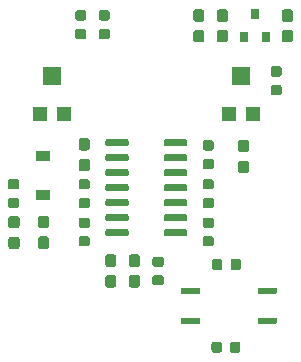
<source format=gbr>
G04 #@! TF.GenerationSoftware,KiCad,Pcbnew,5.1.5-1.fc31*
G04 #@! TF.CreationDate,2020-04-13T00:39:46+02:00*
G04 #@! TF.ProjectId,piezo_amplifier,7069657a-6f5f-4616-9d70-6c6966696572,rev?*
G04 #@! TF.SameCoordinates,Original*
G04 #@! TF.FileFunction,Paste,Top*
G04 #@! TF.FilePolarity,Positive*
%FSLAX46Y46*%
G04 Gerber Fmt 4.6, Leading zero omitted, Abs format (unit mm)*
G04 Created by KiCad (PCBNEW 5.1.5-1.fc31) date 2020-04-13 00:39:46*
%MOMM*%
%LPD*%
G04 APERTURE LIST*
%ADD10C,0.100000*%
%ADD11R,1.200000X0.900000*%
%ADD12R,1.600000X1.500000*%
%ADD13R,1.200000X1.200000*%
%ADD14R,0.800000X0.900000*%
G04 APERTURE END LIST*
D10*
G36*
X135925977Y-85455662D02*
G01*
X135939325Y-85457642D01*
X135952414Y-85460921D01*
X135965119Y-85465467D01*
X135977317Y-85471236D01*
X135988891Y-85478173D01*
X135999729Y-85486211D01*
X136009727Y-85495273D01*
X136018789Y-85505271D01*
X136026827Y-85516109D01*
X136033764Y-85527683D01*
X136039533Y-85539881D01*
X136044079Y-85552586D01*
X136047358Y-85565675D01*
X136049338Y-85579023D01*
X136050000Y-85592500D01*
X136050000Y-85867500D01*
X136049338Y-85880977D01*
X136047358Y-85894325D01*
X136044079Y-85907414D01*
X136039533Y-85920119D01*
X136033764Y-85932317D01*
X136026827Y-85943891D01*
X136018789Y-85954729D01*
X136009727Y-85964727D01*
X135999729Y-85973789D01*
X135988891Y-85981827D01*
X135977317Y-85988764D01*
X135965119Y-85994533D01*
X135952414Y-85999079D01*
X135939325Y-86002358D01*
X135925977Y-86004338D01*
X135912500Y-86005000D01*
X134587500Y-86005000D01*
X134574023Y-86004338D01*
X134560675Y-86002358D01*
X134547586Y-85999079D01*
X134534881Y-85994533D01*
X134522683Y-85988764D01*
X134511109Y-85981827D01*
X134500271Y-85973789D01*
X134490273Y-85964727D01*
X134481211Y-85954729D01*
X134473173Y-85943891D01*
X134466236Y-85932317D01*
X134460467Y-85920119D01*
X134455921Y-85907414D01*
X134452642Y-85894325D01*
X134450662Y-85880977D01*
X134450000Y-85867500D01*
X134450000Y-85592500D01*
X134450662Y-85579023D01*
X134452642Y-85565675D01*
X134455921Y-85552586D01*
X134460467Y-85539881D01*
X134466236Y-85527683D01*
X134473173Y-85516109D01*
X134481211Y-85505271D01*
X134490273Y-85495273D01*
X134500271Y-85486211D01*
X134511109Y-85478173D01*
X134522683Y-85471236D01*
X134534881Y-85465467D01*
X134547586Y-85460921D01*
X134560675Y-85457642D01*
X134574023Y-85455662D01*
X134587500Y-85455000D01*
X135912500Y-85455000D01*
X135925977Y-85455662D01*
G37*
G36*
X135925977Y-87995662D02*
G01*
X135939325Y-87997642D01*
X135952414Y-88000921D01*
X135965119Y-88005467D01*
X135977317Y-88011236D01*
X135988891Y-88018173D01*
X135999729Y-88026211D01*
X136009727Y-88035273D01*
X136018789Y-88045271D01*
X136026827Y-88056109D01*
X136033764Y-88067683D01*
X136039533Y-88079881D01*
X136044079Y-88092586D01*
X136047358Y-88105675D01*
X136049338Y-88119023D01*
X136050000Y-88132500D01*
X136050000Y-88407500D01*
X136049338Y-88420977D01*
X136047358Y-88434325D01*
X136044079Y-88447414D01*
X136039533Y-88460119D01*
X136033764Y-88472317D01*
X136026827Y-88483891D01*
X136018789Y-88494729D01*
X136009727Y-88504727D01*
X135999729Y-88513789D01*
X135988891Y-88521827D01*
X135977317Y-88528764D01*
X135965119Y-88534533D01*
X135952414Y-88539079D01*
X135939325Y-88542358D01*
X135925977Y-88544338D01*
X135912500Y-88545000D01*
X134587500Y-88545000D01*
X134574023Y-88544338D01*
X134560675Y-88542358D01*
X134547586Y-88539079D01*
X134534881Y-88534533D01*
X134522683Y-88528764D01*
X134511109Y-88521827D01*
X134500271Y-88513789D01*
X134490273Y-88504727D01*
X134481211Y-88494729D01*
X134473173Y-88483891D01*
X134466236Y-88472317D01*
X134460467Y-88460119D01*
X134455921Y-88447414D01*
X134452642Y-88434325D01*
X134450662Y-88420977D01*
X134450000Y-88407500D01*
X134450000Y-88132500D01*
X134450662Y-88119023D01*
X134452642Y-88105675D01*
X134455921Y-88092586D01*
X134460467Y-88079881D01*
X134466236Y-88067683D01*
X134473173Y-88056109D01*
X134481211Y-88045271D01*
X134490273Y-88035273D01*
X134500271Y-88026211D01*
X134511109Y-88018173D01*
X134522683Y-88011236D01*
X134534881Y-88005467D01*
X134547586Y-88000921D01*
X134560675Y-87997642D01*
X134574023Y-87995662D01*
X134587500Y-87995000D01*
X135912500Y-87995000D01*
X135925977Y-87995662D01*
G37*
G36*
X129425977Y-87995662D02*
G01*
X129439325Y-87997642D01*
X129452414Y-88000921D01*
X129465119Y-88005467D01*
X129477317Y-88011236D01*
X129488891Y-88018173D01*
X129499729Y-88026211D01*
X129509727Y-88035273D01*
X129518789Y-88045271D01*
X129526827Y-88056109D01*
X129533764Y-88067683D01*
X129539533Y-88079881D01*
X129544079Y-88092586D01*
X129547358Y-88105675D01*
X129549338Y-88119023D01*
X129550000Y-88132500D01*
X129550000Y-88407500D01*
X129549338Y-88420977D01*
X129547358Y-88434325D01*
X129544079Y-88447414D01*
X129539533Y-88460119D01*
X129533764Y-88472317D01*
X129526827Y-88483891D01*
X129518789Y-88494729D01*
X129509727Y-88504727D01*
X129499729Y-88513789D01*
X129488891Y-88521827D01*
X129477317Y-88528764D01*
X129465119Y-88534533D01*
X129452414Y-88539079D01*
X129439325Y-88542358D01*
X129425977Y-88544338D01*
X129412500Y-88545000D01*
X128087500Y-88545000D01*
X128074023Y-88544338D01*
X128060675Y-88542358D01*
X128047586Y-88539079D01*
X128034881Y-88534533D01*
X128022683Y-88528764D01*
X128011109Y-88521827D01*
X128000271Y-88513789D01*
X127990273Y-88504727D01*
X127981211Y-88494729D01*
X127973173Y-88483891D01*
X127966236Y-88472317D01*
X127960467Y-88460119D01*
X127955921Y-88447414D01*
X127952642Y-88434325D01*
X127950662Y-88420977D01*
X127950000Y-88407500D01*
X127950000Y-88132500D01*
X127950662Y-88119023D01*
X127952642Y-88105675D01*
X127955921Y-88092586D01*
X127960467Y-88079881D01*
X127966236Y-88067683D01*
X127973173Y-88056109D01*
X127981211Y-88045271D01*
X127990273Y-88035273D01*
X128000271Y-88026211D01*
X128011109Y-88018173D01*
X128022683Y-88011236D01*
X128034881Y-88005467D01*
X128047586Y-88000921D01*
X128060675Y-87997642D01*
X128074023Y-87995662D01*
X128087500Y-87995000D01*
X129412500Y-87995000D01*
X129425977Y-87995662D01*
G37*
G36*
X129425977Y-85455662D02*
G01*
X129439325Y-85457642D01*
X129452414Y-85460921D01*
X129465119Y-85465467D01*
X129477317Y-85471236D01*
X129488891Y-85478173D01*
X129499729Y-85486211D01*
X129509727Y-85495273D01*
X129518789Y-85505271D01*
X129526827Y-85516109D01*
X129533764Y-85527683D01*
X129539533Y-85539881D01*
X129544079Y-85552586D01*
X129547358Y-85565675D01*
X129549338Y-85579023D01*
X129550000Y-85592500D01*
X129550000Y-85867500D01*
X129549338Y-85880977D01*
X129547358Y-85894325D01*
X129544079Y-85907414D01*
X129539533Y-85920119D01*
X129533764Y-85932317D01*
X129526827Y-85943891D01*
X129518789Y-85954729D01*
X129509727Y-85964727D01*
X129499729Y-85973789D01*
X129488891Y-85981827D01*
X129477317Y-85988764D01*
X129465119Y-85994533D01*
X129452414Y-85999079D01*
X129439325Y-86002358D01*
X129425977Y-86004338D01*
X129412500Y-86005000D01*
X128087500Y-86005000D01*
X128074023Y-86004338D01*
X128060675Y-86002358D01*
X128047586Y-85999079D01*
X128034881Y-85994533D01*
X128022683Y-85988764D01*
X128011109Y-85981827D01*
X128000271Y-85973789D01*
X127990273Y-85964727D01*
X127981211Y-85954729D01*
X127973173Y-85943891D01*
X127966236Y-85932317D01*
X127960467Y-85920119D01*
X127955921Y-85907414D01*
X127952642Y-85894325D01*
X127950662Y-85880977D01*
X127950000Y-85867500D01*
X127950000Y-85592500D01*
X127950662Y-85579023D01*
X127952642Y-85565675D01*
X127955921Y-85552586D01*
X127960467Y-85539881D01*
X127966236Y-85527683D01*
X127973173Y-85516109D01*
X127981211Y-85505271D01*
X127990273Y-85495273D01*
X128000271Y-85486211D01*
X128011109Y-85478173D01*
X128022683Y-85471236D01*
X128034881Y-85465467D01*
X128047586Y-85460921D01*
X128060675Y-85457642D01*
X128074023Y-85455662D01*
X128087500Y-85455000D01*
X129412500Y-85455000D01*
X129425977Y-85455662D01*
G37*
G36*
X119727691Y-61976053D02*
G01*
X119748926Y-61979203D01*
X119769750Y-61984419D01*
X119789962Y-61991651D01*
X119809368Y-62000830D01*
X119827781Y-62011866D01*
X119845024Y-62024654D01*
X119860930Y-62039070D01*
X119875346Y-62054976D01*
X119888134Y-62072219D01*
X119899170Y-62090632D01*
X119908349Y-62110038D01*
X119915581Y-62130250D01*
X119920797Y-62151074D01*
X119923947Y-62172309D01*
X119925000Y-62193750D01*
X119925000Y-62631250D01*
X119923947Y-62652691D01*
X119920797Y-62673926D01*
X119915581Y-62694750D01*
X119908349Y-62714962D01*
X119899170Y-62734368D01*
X119888134Y-62752781D01*
X119875346Y-62770024D01*
X119860930Y-62785930D01*
X119845024Y-62800346D01*
X119827781Y-62813134D01*
X119809368Y-62824170D01*
X119789962Y-62833349D01*
X119769750Y-62840581D01*
X119748926Y-62845797D01*
X119727691Y-62848947D01*
X119706250Y-62850000D01*
X119193750Y-62850000D01*
X119172309Y-62848947D01*
X119151074Y-62845797D01*
X119130250Y-62840581D01*
X119110038Y-62833349D01*
X119090632Y-62824170D01*
X119072219Y-62813134D01*
X119054976Y-62800346D01*
X119039070Y-62785930D01*
X119024654Y-62770024D01*
X119011866Y-62752781D01*
X119000830Y-62734368D01*
X118991651Y-62714962D01*
X118984419Y-62694750D01*
X118979203Y-62673926D01*
X118976053Y-62652691D01*
X118975000Y-62631250D01*
X118975000Y-62193750D01*
X118976053Y-62172309D01*
X118979203Y-62151074D01*
X118984419Y-62130250D01*
X118991651Y-62110038D01*
X119000830Y-62090632D01*
X119011866Y-62072219D01*
X119024654Y-62054976D01*
X119039070Y-62039070D01*
X119054976Y-62024654D01*
X119072219Y-62011866D01*
X119090632Y-62000830D01*
X119110038Y-61991651D01*
X119130250Y-61984419D01*
X119151074Y-61979203D01*
X119172309Y-61976053D01*
X119193750Y-61975000D01*
X119706250Y-61975000D01*
X119727691Y-61976053D01*
G37*
G36*
X119727691Y-63551053D02*
G01*
X119748926Y-63554203D01*
X119769750Y-63559419D01*
X119789962Y-63566651D01*
X119809368Y-63575830D01*
X119827781Y-63586866D01*
X119845024Y-63599654D01*
X119860930Y-63614070D01*
X119875346Y-63629976D01*
X119888134Y-63647219D01*
X119899170Y-63665632D01*
X119908349Y-63685038D01*
X119915581Y-63705250D01*
X119920797Y-63726074D01*
X119923947Y-63747309D01*
X119925000Y-63768750D01*
X119925000Y-64206250D01*
X119923947Y-64227691D01*
X119920797Y-64248926D01*
X119915581Y-64269750D01*
X119908349Y-64289962D01*
X119899170Y-64309368D01*
X119888134Y-64327781D01*
X119875346Y-64345024D01*
X119860930Y-64360930D01*
X119845024Y-64375346D01*
X119827781Y-64388134D01*
X119809368Y-64399170D01*
X119789962Y-64408349D01*
X119769750Y-64415581D01*
X119748926Y-64420797D01*
X119727691Y-64423947D01*
X119706250Y-64425000D01*
X119193750Y-64425000D01*
X119172309Y-64423947D01*
X119151074Y-64420797D01*
X119130250Y-64415581D01*
X119110038Y-64408349D01*
X119090632Y-64399170D01*
X119072219Y-64388134D01*
X119054976Y-64375346D01*
X119039070Y-64360930D01*
X119024654Y-64345024D01*
X119011866Y-64327781D01*
X119000830Y-64309368D01*
X118991651Y-64289962D01*
X118984419Y-64269750D01*
X118979203Y-64248926D01*
X118976053Y-64227691D01*
X118975000Y-64206250D01*
X118975000Y-63768750D01*
X118976053Y-63747309D01*
X118979203Y-63726074D01*
X118984419Y-63705250D01*
X118991651Y-63685038D01*
X119000830Y-63665632D01*
X119011866Y-63647219D01*
X119024654Y-63629976D01*
X119039070Y-63614070D01*
X119054976Y-63599654D01*
X119072219Y-63586866D01*
X119090632Y-63575830D01*
X119110038Y-63566651D01*
X119130250Y-63559419D01*
X119151074Y-63554203D01*
X119172309Y-63551053D01*
X119193750Y-63550000D01*
X119706250Y-63550000D01*
X119727691Y-63551053D01*
G37*
D11*
X116250000Y-77650000D03*
X116250000Y-74350000D03*
D10*
G36*
X130527691Y-79526053D02*
G01*
X130548926Y-79529203D01*
X130569750Y-79534419D01*
X130589962Y-79541651D01*
X130609368Y-79550830D01*
X130627781Y-79561866D01*
X130645024Y-79574654D01*
X130660930Y-79589070D01*
X130675346Y-79604976D01*
X130688134Y-79622219D01*
X130699170Y-79640632D01*
X130708349Y-79660038D01*
X130715581Y-79680250D01*
X130720797Y-79701074D01*
X130723947Y-79722309D01*
X130725000Y-79743750D01*
X130725000Y-80181250D01*
X130723947Y-80202691D01*
X130720797Y-80223926D01*
X130715581Y-80244750D01*
X130708349Y-80264962D01*
X130699170Y-80284368D01*
X130688134Y-80302781D01*
X130675346Y-80320024D01*
X130660930Y-80335930D01*
X130645024Y-80350346D01*
X130627781Y-80363134D01*
X130609368Y-80374170D01*
X130589962Y-80383349D01*
X130569750Y-80390581D01*
X130548926Y-80395797D01*
X130527691Y-80398947D01*
X130506250Y-80400000D01*
X129993750Y-80400000D01*
X129972309Y-80398947D01*
X129951074Y-80395797D01*
X129930250Y-80390581D01*
X129910038Y-80383349D01*
X129890632Y-80374170D01*
X129872219Y-80363134D01*
X129854976Y-80350346D01*
X129839070Y-80335930D01*
X129824654Y-80320024D01*
X129811866Y-80302781D01*
X129800830Y-80284368D01*
X129791651Y-80264962D01*
X129784419Y-80244750D01*
X129779203Y-80223926D01*
X129776053Y-80202691D01*
X129775000Y-80181250D01*
X129775000Y-79743750D01*
X129776053Y-79722309D01*
X129779203Y-79701074D01*
X129784419Y-79680250D01*
X129791651Y-79660038D01*
X129800830Y-79640632D01*
X129811866Y-79622219D01*
X129824654Y-79604976D01*
X129839070Y-79589070D01*
X129854976Y-79574654D01*
X129872219Y-79561866D01*
X129890632Y-79550830D01*
X129910038Y-79541651D01*
X129930250Y-79534419D01*
X129951074Y-79529203D01*
X129972309Y-79526053D01*
X129993750Y-79525000D01*
X130506250Y-79525000D01*
X130527691Y-79526053D01*
G37*
G36*
X130527691Y-81101053D02*
G01*
X130548926Y-81104203D01*
X130569750Y-81109419D01*
X130589962Y-81116651D01*
X130609368Y-81125830D01*
X130627781Y-81136866D01*
X130645024Y-81149654D01*
X130660930Y-81164070D01*
X130675346Y-81179976D01*
X130688134Y-81197219D01*
X130699170Y-81215632D01*
X130708349Y-81235038D01*
X130715581Y-81255250D01*
X130720797Y-81276074D01*
X130723947Y-81297309D01*
X130725000Y-81318750D01*
X130725000Y-81756250D01*
X130723947Y-81777691D01*
X130720797Y-81798926D01*
X130715581Y-81819750D01*
X130708349Y-81839962D01*
X130699170Y-81859368D01*
X130688134Y-81877781D01*
X130675346Y-81895024D01*
X130660930Y-81910930D01*
X130645024Y-81925346D01*
X130627781Y-81938134D01*
X130609368Y-81949170D01*
X130589962Y-81958349D01*
X130569750Y-81965581D01*
X130548926Y-81970797D01*
X130527691Y-81973947D01*
X130506250Y-81975000D01*
X129993750Y-81975000D01*
X129972309Y-81973947D01*
X129951074Y-81970797D01*
X129930250Y-81965581D01*
X129910038Y-81958349D01*
X129890632Y-81949170D01*
X129872219Y-81938134D01*
X129854976Y-81925346D01*
X129839070Y-81910930D01*
X129824654Y-81895024D01*
X129811866Y-81877781D01*
X129800830Y-81859368D01*
X129791651Y-81839962D01*
X129784419Y-81819750D01*
X129779203Y-81798926D01*
X129776053Y-81777691D01*
X129775000Y-81756250D01*
X129775000Y-81318750D01*
X129776053Y-81297309D01*
X129779203Y-81276074D01*
X129784419Y-81255250D01*
X129791651Y-81235038D01*
X129800830Y-81215632D01*
X129811866Y-81197219D01*
X129824654Y-81179976D01*
X129839070Y-81164070D01*
X129854976Y-81149654D01*
X129872219Y-81136866D01*
X129890632Y-81125830D01*
X129910038Y-81116651D01*
X129930250Y-81109419D01*
X129951074Y-81104203D01*
X129972309Y-81101053D01*
X129993750Y-81100000D01*
X130506250Y-81100000D01*
X130527691Y-81101053D01*
G37*
D12*
X117000000Y-67550000D03*
D13*
X116000000Y-70800000D03*
X118000000Y-70800000D03*
X134000000Y-70800000D03*
X132000000Y-70800000D03*
D12*
X133000000Y-67550000D03*
D10*
G36*
X123364703Y-72890722D02*
G01*
X123379264Y-72892882D01*
X123393543Y-72896459D01*
X123407403Y-72901418D01*
X123420710Y-72907712D01*
X123433336Y-72915280D01*
X123445159Y-72924048D01*
X123456066Y-72933934D01*
X123465952Y-72944841D01*
X123474720Y-72956664D01*
X123482288Y-72969290D01*
X123488582Y-72982597D01*
X123493541Y-72996457D01*
X123497118Y-73010736D01*
X123499278Y-73025297D01*
X123500000Y-73040000D01*
X123500000Y-73340000D01*
X123499278Y-73354703D01*
X123497118Y-73369264D01*
X123493541Y-73383543D01*
X123488582Y-73397403D01*
X123482288Y-73410710D01*
X123474720Y-73423336D01*
X123465952Y-73435159D01*
X123456066Y-73446066D01*
X123445159Y-73455952D01*
X123433336Y-73464720D01*
X123420710Y-73472288D01*
X123407403Y-73478582D01*
X123393543Y-73483541D01*
X123379264Y-73487118D01*
X123364703Y-73489278D01*
X123350000Y-73490000D01*
X121700000Y-73490000D01*
X121685297Y-73489278D01*
X121670736Y-73487118D01*
X121656457Y-73483541D01*
X121642597Y-73478582D01*
X121629290Y-73472288D01*
X121616664Y-73464720D01*
X121604841Y-73455952D01*
X121593934Y-73446066D01*
X121584048Y-73435159D01*
X121575280Y-73423336D01*
X121567712Y-73410710D01*
X121561418Y-73397403D01*
X121556459Y-73383543D01*
X121552882Y-73369264D01*
X121550722Y-73354703D01*
X121550000Y-73340000D01*
X121550000Y-73040000D01*
X121550722Y-73025297D01*
X121552882Y-73010736D01*
X121556459Y-72996457D01*
X121561418Y-72982597D01*
X121567712Y-72969290D01*
X121575280Y-72956664D01*
X121584048Y-72944841D01*
X121593934Y-72933934D01*
X121604841Y-72924048D01*
X121616664Y-72915280D01*
X121629290Y-72907712D01*
X121642597Y-72901418D01*
X121656457Y-72896459D01*
X121670736Y-72892882D01*
X121685297Y-72890722D01*
X121700000Y-72890000D01*
X123350000Y-72890000D01*
X123364703Y-72890722D01*
G37*
G36*
X123364703Y-74160722D02*
G01*
X123379264Y-74162882D01*
X123393543Y-74166459D01*
X123407403Y-74171418D01*
X123420710Y-74177712D01*
X123433336Y-74185280D01*
X123445159Y-74194048D01*
X123456066Y-74203934D01*
X123465952Y-74214841D01*
X123474720Y-74226664D01*
X123482288Y-74239290D01*
X123488582Y-74252597D01*
X123493541Y-74266457D01*
X123497118Y-74280736D01*
X123499278Y-74295297D01*
X123500000Y-74310000D01*
X123500000Y-74610000D01*
X123499278Y-74624703D01*
X123497118Y-74639264D01*
X123493541Y-74653543D01*
X123488582Y-74667403D01*
X123482288Y-74680710D01*
X123474720Y-74693336D01*
X123465952Y-74705159D01*
X123456066Y-74716066D01*
X123445159Y-74725952D01*
X123433336Y-74734720D01*
X123420710Y-74742288D01*
X123407403Y-74748582D01*
X123393543Y-74753541D01*
X123379264Y-74757118D01*
X123364703Y-74759278D01*
X123350000Y-74760000D01*
X121700000Y-74760000D01*
X121685297Y-74759278D01*
X121670736Y-74757118D01*
X121656457Y-74753541D01*
X121642597Y-74748582D01*
X121629290Y-74742288D01*
X121616664Y-74734720D01*
X121604841Y-74725952D01*
X121593934Y-74716066D01*
X121584048Y-74705159D01*
X121575280Y-74693336D01*
X121567712Y-74680710D01*
X121561418Y-74667403D01*
X121556459Y-74653543D01*
X121552882Y-74639264D01*
X121550722Y-74624703D01*
X121550000Y-74610000D01*
X121550000Y-74310000D01*
X121550722Y-74295297D01*
X121552882Y-74280736D01*
X121556459Y-74266457D01*
X121561418Y-74252597D01*
X121567712Y-74239290D01*
X121575280Y-74226664D01*
X121584048Y-74214841D01*
X121593934Y-74203934D01*
X121604841Y-74194048D01*
X121616664Y-74185280D01*
X121629290Y-74177712D01*
X121642597Y-74171418D01*
X121656457Y-74166459D01*
X121670736Y-74162882D01*
X121685297Y-74160722D01*
X121700000Y-74160000D01*
X123350000Y-74160000D01*
X123364703Y-74160722D01*
G37*
G36*
X123364703Y-75430722D02*
G01*
X123379264Y-75432882D01*
X123393543Y-75436459D01*
X123407403Y-75441418D01*
X123420710Y-75447712D01*
X123433336Y-75455280D01*
X123445159Y-75464048D01*
X123456066Y-75473934D01*
X123465952Y-75484841D01*
X123474720Y-75496664D01*
X123482288Y-75509290D01*
X123488582Y-75522597D01*
X123493541Y-75536457D01*
X123497118Y-75550736D01*
X123499278Y-75565297D01*
X123500000Y-75580000D01*
X123500000Y-75880000D01*
X123499278Y-75894703D01*
X123497118Y-75909264D01*
X123493541Y-75923543D01*
X123488582Y-75937403D01*
X123482288Y-75950710D01*
X123474720Y-75963336D01*
X123465952Y-75975159D01*
X123456066Y-75986066D01*
X123445159Y-75995952D01*
X123433336Y-76004720D01*
X123420710Y-76012288D01*
X123407403Y-76018582D01*
X123393543Y-76023541D01*
X123379264Y-76027118D01*
X123364703Y-76029278D01*
X123350000Y-76030000D01*
X121700000Y-76030000D01*
X121685297Y-76029278D01*
X121670736Y-76027118D01*
X121656457Y-76023541D01*
X121642597Y-76018582D01*
X121629290Y-76012288D01*
X121616664Y-76004720D01*
X121604841Y-75995952D01*
X121593934Y-75986066D01*
X121584048Y-75975159D01*
X121575280Y-75963336D01*
X121567712Y-75950710D01*
X121561418Y-75937403D01*
X121556459Y-75923543D01*
X121552882Y-75909264D01*
X121550722Y-75894703D01*
X121550000Y-75880000D01*
X121550000Y-75580000D01*
X121550722Y-75565297D01*
X121552882Y-75550736D01*
X121556459Y-75536457D01*
X121561418Y-75522597D01*
X121567712Y-75509290D01*
X121575280Y-75496664D01*
X121584048Y-75484841D01*
X121593934Y-75473934D01*
X121604841Y-75464048D01*
X121616664Y-75455280D01*
X121629290Y-75447712D01*
X121642597Y-75441418D01*
X121656457Y-75436459D01*
X121670736Y-75432882D01*
X121685297Y-75430722D01*
X121700000Y-75430000D01*
X123350000Y-75430000D01*
X123364703Y-75430722D01*
G37*
G36*
X123364703Y-76700722D02*
G01*
X123379264Y-76702882D01*
X123393543Y-76706459D01*
X123407403Y-76711418D01*
X123420710Y-76717712D01*
X123433336Y-76725280D01*
X123445159Y-76734048D01*
X123456066Y-76743934D01*
X123465952Y-76754841D01*
X123474720Y-76766664D01*
X123482288Y-76779290D01*
X123488582Y-76792597D01*
X123493541Y-76806457D01*
X123497118Y-76820736D01*
X123499278Y-76835297D01*
X123500000Y-76850000D01*
X123500000Y-77150000D01*
X123499278Y-77164703D01*
X123497118Y-77179264D01*
X123493541Y-77193543D01*
X123488582Y-77207403D01*
X123482288Y-77220710D01*
X123474720Y-77233336D01*
X123465952Y-77245159D01*
X123456066Y-77256066D01*
X123445159Y-77265952D01*
X123433336Y-77274720D01*
X123420710Y-77282288D01*
X123407403Y-77288582D01*
X123393543Y-77293541D01*
X123379264Y-77297118D01*
X123364703Y-77299278D01*
X123350000Y-77300000D01*
X121700000Y-77300000D01*
X121685297Y-77299278D01*
X121670736Y-77297118D01*
X121656457Y-77293541D01*
X121642597Y-77288582D01*
X121629290Y-77282288D01*
X121616664Y-77274720D01*
X121604841Y-77265952D01*
X121593934Y-77256066D01*
X121584048Y-77245159D01*
X121575280Y-77233336D01*
X121567712Y-77220710D01*
X121561418Y-77207403D01*
X121556459Y-77193543D01*
X121552882Y-77179264D01*
X121550722Y-77164703D01*
X121550000Y-77150000D01*
X121550000Y-76850000D01*
X121550722Y-76835297D01*
X121552882Y-76820736D01*
X121556459Y-76806457D01*
X121561418Y-76792597D01*
X121567712Y-76779290D01*
X121575280Y-76766664D01*
X121584048Y-76754841D01*
X121593934Y-76743934D01*
X121604841Y-76734048D01*
X121616664Y-76725280D01*
X121629290Y-76717712D01*
X121642597Y-76711418D01*
X121656457Y-76706459D01*
X121670736Y-76702882D01*
X121685297Y-76700722D01*
X121700000Y-76700000D01*
X123350000Y-76700000D01*
X123364703Y-76700722D01*
G37*
G36*
X123364703Y-77970722D02*
G01*
X123379264Y-77972882D01*
X123393543Y-77976459D01*
X123407403Y-77981418D01*
X123420710Y-77987712D01*
X123433336Y-77995280D01*
X123445159Y-78004048D01*
X123456066Y-78013934D01*
X123465952Y-78024841D01*
X123474720Y-78036664D01*
X123482288Y-78049290D01*
X123488582Y-78062597D01*
X123493541Y-78076457D01*
X123497118Y-78090736D01*
X123499278Y-78105297D01*
X123500000Y-78120000D01*
X123500000Y-78420000D01*
X123499278Y-78434703D01*
X123497118Y-78449264D01*
X123493541Y-78463543D01*
X123488582Y-78477403D01*
X123482288Y-78490710D01*
X123474720Y-78503336D01*
X123465952Y-78515159D01*
X123456066Y-78526066D01*
X123445159Y-78535952D01*
X123433336Y-78544720D01*
X123420710Y-78552288D01*
X123407403Y-78558582D01*
X123393543Y-78563541D01*
X123379264Y-78567118D01*
X123364703Y-78569278D01*
X123350000Y-78570000D01*
X121700000Y-78570000D01*
X121685297Y-78569278D01*
X121670736Y-78567118D01*
X121656457Y-78563541D01*
X121642597Y-78558582D01*
X121629290Y-78552288D01*
X121616664Y-78544720D01*
X121604841Y-78535952D01*
X121593934Y-78526066D01*
X121584048Y-78515159D01*
X121575280Y-78503336D01*
X121567712Y-78490710D01*
X121561418Y-78477403D01*
X121556459Y-78463543D01*
X121552882Y-78449264D01*
X121550722Y-78434703D01*
X121550000Y-78420000D01*
X121550000Y-78120000D01*
X121550722Y-78105297D01*
X121552882Y-78090736D01*
X121556459Y-78076457D01*
X121561418Y-78062597D01*
X121567712Y-78049290D01*
X121575280Y-78036664D01*
X121584048Y-78024841D01*
X121593934Y-78013934D01*
X121604841Y-78004048D01*
X121616664Y-77995280D01*
X121629290Y-77987712D01*
X121642597Y-77981418D01*
X121656457Y-77976459D01*
X121670736Y-77972882D01*
X121685297Y-77970722D01*
X121700000Y-77970000D01*
X123350000Y-77970000D01*
X123364703Y-77970722D01*
G37*
G36*
X123364703Y-79240722D02*
G01*
X123379264Y-79242882D01*
X123393543Y-79246459D01*
X123407403Y-79251418D01*
X123420710Y-79257712D01*
X123433336Y-79265280D01*
X123445159Y-79274048D01*
X123456066Y-79283934D01*
X123465952Y-79294841D01*
X123474720Y-79306664D01*
X123482288Y-79319290D01*
X123488582Y-79332597D01*
X123493541Y-79346457D01*
X123497118Y-79360736D01*
X123499278Y-79375297D01*
X123500000Y-79390000D01*
X123500000Y-79690000D01*
X123499278Y-79704703D01*
X123497118Y-79719264D01*
X123493541Y-79733543D01*
X123488582Y-79747403D01*
X123482288Y-79760710D01*
X123474720Y-79773336D01*
X123465952Y-79785159D01*
X123456066Y-79796066D01*
X123445159Y-79805952D01*
X123433336Y-79814720D01*
X123420710Y-79822288D01*
X123407403Y-79828582D01*
X123393543Y-79833541D01*
X123379264Y-79837118D01*
X123364703Y-79839278D01*
X123350000Y-79840000D01*
X121700000Y-79840000D01*
X121685297Y-79839278D01*
X121670736Y-79837118D01*
X121656457Y-79833541D01*
X121642597Y-79828582D01*
X121629290Y-79822288D01*
X121616664Y-79814720D01*
X121604841Y-79805952D01*
X121593934Y-79796066D01*
X121584048Y-79785159D01*
X121575280Y-79773336D01*
X121567712Y-79760710D01*
X121561418Y-79747403D01*
X121556459Y-79733543D01*
X121552882Y-79719264D01*
X121550722Y-79704703D01*
X121550000Y-79690000D01*
X121550000Y-79390000D01*
X121550722Y-79375297D01*
X121552882Y-79360736D01*
X121556459Y-79346457D01*
X121561418Y-79332597D01*
X121567712Y-79319290D01*
X121575280Y-79306664D01*
X121584048Y-79294841D01*
X121593934Y-79283934D01*
X121604841Y-79274048D01*
X121616664Y-79265280D01*
X121629290Y-79257712D01*
X121642597Y-79251418D01*
X121656457Y-79246459D01*
X121670736Y-79242882D01*
X121685297Y-79240722D01*
X121700000Y-79240000D01*
X123350000Y-79240000D01*
X123364703Y-79240722D01*
G37*
G36*
X123364703Y-80510722D02*
G01*
X123379264Y-80512882D01*
X123393543Y-80516459D01*
X123407403Y-80521418D01*
X123420710Y-80527712D01*
X123433336Y-80535280D01*
X123445159Y-80544048D01*
X123456066Y-80553934D01*
X123465952Y-80564841D01*
X123474720Y-80576664D01*
X123482288Y-80589290D01*
X123488582Y-80602597D01*
X123493541Y-80616457D01*
X123497118Y-80630736D01*
X123499278Y-80645297D01*
X123500000Y-80660000D01*
X123500000Y-80960000D01*
X123499278Y-80974703D01*
X123497118Y-80989264D01*
X123493541Y-81003543D01*
X123488582Y-81017403D01*
X123482288Y-81030710D01*
X123474720Y-81043336D01*
X123465952Y-81055159D01*
X123456066Y-81066066D01*
X123445159Y-81075952D01*
X123433336Y-81084720D01*
X123420710Y-81092288D01*
X123407403Y-81098582D01*
X123393543Y-81103541D01*
X123379264Y-81107118D01*
X123364703Y-81109278D01*
X123350000Y-81110000D01*
X121700000Y-81110000D01*
X121685297Y-81109278D01*
X121670736Y-81107118D01*
X121656457Y-81103541D01*
X121642597Y-81098582D01*
X121629290Y-81092288D01*
X121616664Y-81084720D01*
X121604841Y-81075952D01*
X121593934Y-81066066D01*
X121584048Y-81055159D01*
X121575280Y-81043336D01*
X121567712Y-81030710D01*
X121561418Y-81017403D01*
X121556459Y-81003543D01*
X121552882Y-80989264D01*
X121550722Y-80974703D01*
X121550000Y-80960000D01*
X121550000Y-80660000D01*
X121550722Y-80645297D01*
X121552882Y-80630736D01*
X121556459Y-80616457D01*
X121561418Y-80602597D01*
X121567712Y-80589290D01*
X121575280Y-80576664D01*
X121584048Y-80564841D01*
X121593934Y-80553934D01*
X121604841Y-80544048D01*
X121616664Y-80535280D01*
X121629290Y-80527712D01*
X121642597Y-80521418D01*
X121656457Y-80516459D01*
X121670736Y-80512882D01*
X121685297Y-80510722D01*
X121700000Y-80510000D01*
X123350000Y-80510000D01*
X123364703Y-80510722D01*
G37*
G36*
X128314703Y-80510722D02*
G01*
X128329264Y-80512882D01*
X128343543Y-80516459D01*
X128357403Y-80521418D01*
X128370710Y-80527712D01*
X128383336Y-80535280D01*
X128395159Y-80544048D01*
X128406066Y-80553934D01*
X128415952Y-80564841D01*
X128424720Y-80576664D01*
X128432288Y-80589290D01*
X128438582Y-80602597D01*
X128443541Y-80616457D01*
X128447118Y-80630736D01*
X128449278Y-80645297D01*
X128450000Y-80660000D01*
X128450000Y-80960000D01*
X128449278Y-80974703D01*
X128447118Y-80989264D01*
X128443541Y-81003543D01*
X128438582Y-81017403D01*
X128432288Y-81030710D01*
X128424720Y-81043336D01*
X128415952Y-81055159D01*
X128406066Y-81066066D01*
X128395159Y-81075952D01*
X128383336Y-81084720D01*
X128370710Y-81092288D01*
X128357403Y-81098582D01*
X128343543Y-81103541D01*
X128329264Y-81107118D01*
X128314703Y-81109278D01*
X128300000Y-81110000D01*
X126650000Y-81110000D01*
X126635297Y-81109278D01*
X126620736Y-81107118D01*
X126606457Y-81103541D01*
X126592597Y-81098582D01*
X126579290Y-81092288D01*
X126566664Y-81084720D01*
X126554841Y-81075952D01*
X126543934Y-81066066D01*
X126534048Y-81055159D01*
X126525280Y-81043336D01*
X126517712Y-81030710D01*
X126511418Y-81017403D01*
X126506459Y-81003543D01*
X126502882Y-80989264D01*
X126500722Y-80974703D01*
X126500000Y-80960000D01*
X126500000Y-80660000D01*
X126500722Y-80645297D01*
X126502882Y-80630736D01*
X126506459Y-80616457D01*
X126511418Y-80602597D01*
X126517712Y-80589290D01*
X126525280Y-80576664D01*
X126534048Y-80564841D01*
X126543934Y-80553934D01*
X126554841Y-80544048D01*
X126566664Y-80535280D01*
X126579290Y-80527712D01*
X126592597Y-80521418D01*
X126606457Y-80516459D01*
X126620736Y-80512882D01*
X126635297Y-80510722D01*
X126650000Y-80510000D01*
X128300000Y-80510000D01*
X128314703Y-80510722D01*
G37*
G36*
X128314703Y-79240722D02*
G01*
X128329264Y-79242882D01*
X128343543Y-79246459D01*
X128357403Y-79251418D01*
X128370710Y-79257712D01*
X128383336Y-79265280D01*
X128395159Y-79274048D01*
X128406066Y-79283934D01*
X128415952Y-79294841D01*
X128424720Y-79306664D01*
X128432288Y-79319290D01*
X128438582Y-79332597D01*
X128443541Y-79346457D01*
X128447118Y-79360736D01*
X128449278Y-79375297D01*
X128450000Y-79390000D01*
X128450000Y-79690000D01*
X128449278Y-79704703D01*
X128447118Y-79719264D01*
X128443541Y-79733543D01*
X128438582Y-79747403D01*
X128432288Y-79760710D01*
X128424720Y-79773336D01*
X128415952Y-79785159D01*
X128406066Y-79796066D01*
X128395159Y-79805952D01*
X128383336Y-79814720D01*
X128370710Y-79822288D01*
X128357403Y-79828582D01*
X128343543Y-79833541D01*
X128329264Y-79837118D01*
X128314703Y-79839278D01*
X128300000Y-79840000D01*
X126650000Y-79840000D01*
X126635297Y-79839278D01*
X126620736Y-79837118D01*
X126606457Y-79833541D01*
X126592597Y-79828582D01*
X126579290Y-79822288D01*
X126566664Y-79814720D01*
X126554841Y-79805952D01*
X126543934Y-79796066D01*
X126534048Y-79785159D01*
X126525280Y-79773336D01*
X126517712Y-79760710D01*
X126511418Y-79747403D01*
X126506459Y-79733543D01*
X126502882Y-79719264D01*
X126500722Y-79704703D01*
X126500000Y-79690000D01*
X126500000Y-79390000D01*
X126500722Y-79375297D01*
X126502882Y-79360736D01*
X126506459Y-79346457D01*
X126511418Y-79332597D01*
X126517712Y-79319290D01*
X126525280Y-79306664D01*
X126534048Y-79294841D01*
X126543934Y-79283934D01*
X126554841Y-79274048D01*
X126566664Y-79265280D01*
X126579290Y-79257712D01*
X126592597Y-79251418D01*
X126606457Y-79246459D01*
X126620736Y-79242882D01*
X126635297Y-79240722D01*
X126650000Y-79240000D01*
X128300000Y-79240000D01*
X128314703Y-79240722D01*
G37*
G36*
X128314703Y-77970722D02*
G01*
X128329264Y-77972882D01*
X128343543Y-77976459D01*
X128357403Y-77981418D01*
X128370710Y-77987712D01*
X128383336Y-77995280D01*
X128395159Y-78004048D01*
X128406066Y-78013934D01*
X128415952Y-78024841D01*
X128424720Y-78036664D01*
X128432288Y-78049290D01*
X128438582Y-78062597D01*
X128443541Y-78076457D01*
X128447118Y-78090736D01*
X128449278Y-78105297D01*
X128450000Y-78120000D01*
X128450000Y-78420000D01*
X128449278Y-78434703D01*
X128447118Y-78449264D01*
X128443541Y-78463543D01*
X128438582Y-78477403D01*
X128432288Y-78490710D01*
X128424720Y-78503336D01*
X128415952Y-78515159D01*
X128406066Y-78526066D01*
X128395159Y-78535952D01*
X128383336Y-78544720D01*
X128370710Y-78552288D01*
X128357403Y-78558582D01*
X128343543Y-78563541D01*
X128329264Y-78567118D01*
X128314703Y-78569278D01*
X128300000Y-78570000D01*
X126650000Y-78570000D01*
X126635297Y-78569278D01*
X126620736Y-78567118D01*
X126606457Y-78563541D01*
X126592597Y-78558582D01*
X126579290Y-78552288D01*
X126566664Y-78544720D01*
X126554841Y-78535952D01*
X126543934Y-78526066D01*
X126534048Y-78515159D01*
X126525280Y-78503336D01*
X126517712Y-78490710D01*
X126511418Y-78477403D01*
X126506459Y-78463543D01*
X126502882Y-78449264D01*
X126500722Y-78434703D01*
X126500000Y-78420000D01*
X126500000Y-78120000D01*
X126500722Y-78105297D01*
X126502882Y-78090736D01*
X126506459Y-78076457D01*
X126511418Y-78062597D01*
X126517712Y-78049290D01*
X126525280Y-78036664D01*
X126534048Y-78024841D01*
X126543934Y-78013934D01*
X126554841Y-78004048D01*
X126566664Y-77995280D01*
X126579290Y-77987712D01*
X126592597Y-77981418D01*
X126606457Y-77976459D01*
X126620736Y-77972882D01*
X126635297Y-77970722D01*
X126650000Y-77970000D01*
X128300000Y-77970000D01*
X128314703Y-77970722D01*
G37*
G36*
X128314703Y-76700722D02*
G01*
X128329264Y-76702882D01*
X128343543Y-76706459D01*
X128357403Y-76711418D01*
X128370710Y-76717712D01*
X128383336Y-76725280D01*
X128395159Y-76734048D01*
X128406066Y-76743934D01*
X128415952Y-76754841D01*
X128424720Y-76766664D01*
X128432288Y-76779290D01*
X128438582Y-76792597D01*
X128443541Y-76806457D01*
X128447118Y-76820736D01*
X128449278Y-76835297D01*
X128450000Y-76850000D01*
X128450000Y-77150000D01*
X128449278Y-77164703D01*
X128447118Y-77179264D01*
X128443541Y-77193543D01*
X128438582Y-77207403D01*
X128432288Y-77220710D01*
X128424720Y-77233336D01*
X128415952Y-77245159D01*
X128406066Y-77256066D01*
X128395159Y-77265952D01*
X128383336Y-77274720D01*
X128370710Y-77282288D01*
X128357403Y-77288582D01*
X128343543Y-77293541D01*
X128329264Y-77297118D01*
X128314703Y-77299278D01*
X128300000Y-77300000D01*
X126650000Y-77300000D01*
X126635297Y-77299278D01*
X126620736Y-77297118D01*
X126606457Y-77293541D01*
X126592597Y-77288582D01*
X126579290Y-77282288D01*
X126566664Y-77274720D01*
X126554841Y-77265952D01*
X126543934Y-77256066D01*
X126534048Y-77245159D01*
X126525280Y-77233336D01*
X126517712Y-77220710D01*
X126511418Y-77207403D01*
X126506459Y-77193543D01*
X126502882Y-77179264D01*
X126500722Y-77164703D01*
X126500000Y-77150000D01*
X126500000Y-76850000D01*
X126500722Y-76835297D01*
X126502882Y-76820736D01*
X126506459Y-76806457D01*
X126511418Y-76792597D01*
X126517712Y-76779290D01*
X126525280Y-76766664D01*
X126534048Y-76754841D01*
X126543934Y-76743934D01*
X126554841Y-76734048D01*
X126566664Y-76725280D01*
X126579290Y-76717712D01*
X126592597Y-76711418D01*
X126606457Y-76706459D01*
X126620736Y-76702882D01*
X126635297Y-76700722D01*
X126650000Y-76700000D01*
X128300000Y-76700000D01*
X128314703Y-76700722D01*
G37*
G36*
X128314703Y-75430722D02*
G01*
X128329264Y-75432882D01*
X128343543Y-75436459D01*
X128357403Y-75441418D01*
X128370710Y-75447712D01*
X128383336Y-75455280D01*
X128395159Y-75464048D01*
X128406066Y-75473934D01*
X128415952Y-75484841D01*
X128424720Y-75496664D01*
X128432288Y-75509290D01*
X128438582Y-75522597D01*
X128443541Y-75536457D01*
X128447118Y-75550736D01*
X128449278Y-75565297D01*
X128450000Y-75580000D01*
X128450000Y-75880000D01*
X128449278Y-75894703D01*
X128447118Y-75909264D01*
X128443541Y-75923543D01*
X128438582Y-75937403D01*
X128432288Y-75950710D01*
X128424720Y-75963336D01*
X128415952Y-75975159D01*
X128406066Y-75986066D01*
X128395159Y-75995952D01*
X128383336Y-76004720D01*
X128370710Y-76012288D01*
X128357403Y-76018582D01*
X128343543Y-76023541D01*
X128329264Y-76027118D01*
X128314703Y-76029278D01*
X128300000Y-76030000D01*
X126650000Y-76030000D01*
X126635297Y-76029278D01*
X126620736Y-76027118D01*
X126606457Y-76023541D01*
X126592597Y-76018582D01*
X126579290Y-76012288D01*
X126566664Y-76004720D01*
X126554841Y-75995952D01*
X126543934Y-75986066D01*
X126534048Y-75975159D01*
X126525280Y-75963336D01*
X126517712Y-75950710D01*
X126511418Y-75937403D01*
X126506459Y-75923543D01*
X126502882Y-75909264D01*
X126500722Y-75894703D01*
X126500000Y-75880000D01*
X126500000Y-75580000D01*
X126500722Y-75565297D01*
X126502882Y-75550736D01*
X126506459Y-75536457D01*
X126511418Y-75522597D01*
X126517712Y-75509290D01*
X126525280Y-75496664D01*
X126534048Y-75484841D01*
X126543934Y-75473934D01*
X126554841Y-75464048D01*
X126566664Y-75455280D01*
X126579290Y-75447712D01*
X126592597Y-75441418D01*
X126606457Y-75436459D01*
X126620736Y-75432882D01*
X126635297Y-75430722D01*
X126650000Y-75430000D01*
X128300000Y-75430000D01*
X128314703Y-75430722D01*
G37*
G36*
X128314703Y-74160722D02*
G01*
X128329264Y-74162882D01*
X128343543Y-74166459D01*
X128357403Y-74171418D01*
X128370710Y-74177712D01*
X128383336Y-74185280D01*
X128395159Y-74194048D01*
X128406066Y-74203934D01*
X128415952Y-74214841D01*
X128424720Y-74226664D01*
X128432288Y-74239290D01*
X128438582Y-74252597D01*
X128443541Y-74266457D01*
X128447118Y-74280736D01*
X128449278Y-74295297D01*
X128450000Y-74310000D01*
X128450000Y-74610000D01*
X128449278Y-74624703D01*
X128447118Y-74639264D01*
X128443541Y-74653543D01*
X128438582Y-74667403D01*
X128432288Y-74680710D01*
X128424720Y-74693336D01*
X128415952Y-74705159D01*
X128406066Y-74716066D01*
X128395159Y-74725952D01*
X128383336Y-74734720D01*
X128370710Y-74742288D01*
X128357403Y-74748582D01*
X128343543Y-74753541D01*
X128329264Y-74757118D01*
X128314703Y-74759278D01*
X128300000Y-74760000D01*
X126650000Y-74760000D01*
X126635297Y-74759278D01*
X126620736Y-74757118D01*
X126606457Y-74753541D01*
X126592597Y-74748582D01*
X126579290Y-74742288D01*
X126566664Y-74734720D01*
X126554841Y-74725952D01*
X126543934Y-74716066D01*
X126534048Y-74705159D01*
X126525280Y-74693336D01*
X126517712Y-74680710D01*
X126511418Y-74667403D01*
X126506459Y-74653543D01*
X126502882Y-74639264D01*
X126500722Y-74624703D01*
X126500000Y-74610000D01*
X126500000Y-74310000D01*
X126500722Y-74295297D01*
X126502882Y-74280736D01*
X126506459Y-74266457D01*
X126511418Y-74252597D01*
X126517712Y-74239290D01*
X126525280Y-74226664D01*
X126534048Y-74214841D01*
X126543934Y-74203934D01*
X126554841Y-74194048D01*
X126566664Y-74185280D01*
X126579290Y-74177712D01*
X126592597Y-74171418D01*
X126606457Y-74166459D01*
X126620736Y-74162882D01*
X126635297Y-74160722D01*
X126650000Y-74160000D01*
X128300000Y-74160000D01*
X128314703Y-74160722D01*
G37*
G36*
X128314703Y-72890722D02*
G01*
X128329264Y-72892882D01*
X128343543Y-72896459D01*
X128357403Y-72901418D01*
X128370710Y-72907712D01*
X128383336Y-72915280D01*
X128395159Y-72924048D01*
X128406066Y-72933934D01*
X128415952Y-72944841D01*
X128424720Y-72956664D01*
X128432288Y-72969290D01*
X128438582Y-72982597D01*
X128443541Y-72996457D01*
X128447118Y-73010736D01*
X128449278Y-73025297D01*
X128450000Y-73040000D01*
X128450000Y-73340000D01*
X128449278Y-73354703D01*
X128447118Y-73369264D01*
X128443541Y-73383543D01*
X128438582Y-73397403D01*
X128432288Y-73410710D01*
X128424720Y-73423336D01*
X128415952Y-73435159D01*
X128406066Y-73446066D01*
X128395159Y-73455952D01*
X128383336Y-73464720D01*
X128370710Y-73472288D01*
X128357403Y-73478582D01*
X128343543Y-73483541D01*
X128329264Y-73487118D01*
X128314703Y-73489278D01*
X128300000Y-73490000D01*
X126650000Y-73490000D01*
X126635297Y-73489278D01*
X126620736Y-73487118D01*
X126606457Y-73483541D01*
X126592597Y-73478582D01*
X126579290Y-73472288D01*
X126566664Y-73464720D01*
X126554841Y-73455952D01*
X126543934Y-73446066D01*
X126534048Y-73435159D01*
X126525280Y-73423336D01*
X126517712Y-73410710D01*
X126511418Y-73397403D01*
X126506459Y-73383543D01*
X126502882Y-73369264D01*
X126500722Y-73354703D01*
X126500000Y-73340000D01*
X126500000Y-73040000D01*
X126500722Y-73025297D01*
X126502882Y-73010736D01*
X126506459Y-72996457D01*
X126511418Y-72982597D01*
X126517712Y-72969290D01*
X126525280Y-72956664D01*
X126534048Y-72944841D01*
X126543934Y-72933934D01*
X126554841Y-72924048D01*
X126566664Y-72915280D01*
X126579290Y-72907712D01*
X126592597Y-72901418D01*
X126606457Y-72896459D01*
X126620736Y-72892882D01*
X126635297Y-72890722D01*
X126650000Y-72890000D01*
X128300000Y-72890000D01*
X128314703Y-72890722D01*
G37*
G36*
X137210779Y-63651144D02*
G01*
X137233834Y-63654563D01*
X137256443Y-63660227D01*
X137278387Y-63668079D01*
X137299457Y-63678044D01*
X137319448Y-63690026D01*
X137338168Y-63703910D01*
X137355438Y-63719562D01*
X137371090Y-63736832D01*
X137384974Y-63755552D01*
X137396956Y-63775543D01*
X137406921Y-63796613D01*
X137414773Y-63818557D01*
X137420437Y-63841166D01*
X137423856Y-63864221D01*
X137425000Y-63887500D01*
X137425000Y-64462500D01*
X137423856Y-64485779D01*
X137420437Y-64508834D01*
X137414773Y-64531443D01*
X137406921Y-64553387D01*
X137396956Y-64574457D01*
X137384974Y-64594448D01*
X137371090Y-64613168D01*
X137355438Y-64630438D01*
X137338168Y-64646090D01*
X137319448Y-64659974D01*
X137299457Y-64671956D01*
X137278387Y-64681921D01*
X137256443Y-64689773D01*
X137233834Y-64695437D01*
X137210779Y-64698856D01*
X137187500Y-64700000D01*
X136712500Y-64700000D01*
X136689221Y-64698856D01*
X136666166Y-64695437D01*
X136643557Y-64689773D01*
X136621613Y-64681921D01*
X136600543Y-64671956D01*
X136580552Y-64659974D01*
X136561832Y-64646090D01*
X136544562Y-64630438D01*
X136528910Y-64613168D01*
X136515026Y-64594448D01*
X136503044Y-64574457D01*
X136493079Y-64553387D01*
X136485227Y-64531443D01*
X136479563Y-64508834D01*
X136476144Y-64485779D01*
X136475000Y-64462500D01*
X136475000Y-63887500D01*
X136476144Y-63864221D01*
X136479563Y-63841166D01*
X136485227Y-63818557D01*
X136493079Y-63796613D01*
X136503044Y-63775543D01*
X136515026Y-63755552D01*
X136528910Y-63736832D01*
X136544562Y-63719562D01*
X136561832Y-63703910D01*
X136580552Y-63690026D01*
X136600543Y-63678044D01*
X136621613Y-63668079D01*
X136643557Y-63660227D01*
X136666166Y-63654563D01*
X136689221Y-63651144D01*
X136712500Y-63650000D01*
X137187500Y-63650000D01*
X137210779Y-63651144D01*
G37*
G36*
X137210779Y-61901144D02*
G01*
X137233834Y-61904563D01*
X137256443Y-61910227D01*
X137278387Y-61918079D01*
X137299457Y-61928044D01*
X137319448Y-61940026D01*
X137338168Y-61953910D01*
X137355438Y-61969562D01*
X137371090Y-61986832D01*
X137384974Y-62005552D01*
X137396956Y-62025543D01*
X137406921Y-62046613D01*
X137414773Y-62068557D01*
X137420437Y-62091166D01*
X137423856Y-62114221D01*
X137425000Y-62137500D01*
X137425000Y-62712500D01*
X137423856Y-62735779D01*
X137420437Y-62758834D01*
X137414773Y-62781443D01*
X137406921Y-62803387D01*
X137396956Y-62824457D01*
X137384974Y-62844448D01*
X137371090Y-62863168D01*
X137355438Y-62880438D01*
X137338168Y-62896090D01*
X137319448Y-62909974D01*
X137299457Y-62921956D01*
X137278387Y-62931921D01*
X137256443Y-62939773D01*
X137233834Y-62945437D01*
X137210779Y-62948856D01*
X137187500Y-62950000D01*
X136712500Y-62950000D01*
X136689221Y-62948856D01*
X136666166Y-62945437D01*
X136643557Y-62939773D01*
X136621613Y-62931921D01*
X136600543Y-62921956D01*
X136580552Y-62909974D01*
X136561832Y-62896090D01*
X136544562Y-62880438D01*
X136528910Y-62863168D01*
X136515026Y-62844448D01*
X136503044Y-62824457D01*
X136493079Y-62803387D01*
X136485227Y-62781443D01*
X136479563Y-62758834D01*
X136476144Y-62735779D01*
X136475000Y-62712500D01*
X136475000Y-62137500D01*
X136476144Y-62114221D01*
X136479563Y-62091166D01*
X136485227Y-62068557D01*
X136493079Y-62046613D01*
X136503044Y-62025543D01*
X136515026Y-62005552D01*
X136528910Y-61986832D01*
X136544562Y-61969562D01*
X136561832Y-61953910D01*
X136580552Y-61940026D01*
X136600543Y-61928044D01*
X136621613Y-61918079D01*
X136643557Y-61910227D01*
X136666166Y-61904563D01*
X136689221Y-61901144D01*
X136712500Y-61900000D01*
X137187500Y-61900000D01*
X137210779Y-61901144D01*
G37*
G36*
X122260779Y-84401144D02*
G01*
X122283834Y-84404563D01*
X122306443Y-84410227D01*
X122328387Y-84418079D01*
X122349457Y-84428044D01*
X122369448Y-84440026D01*
X122388168Y-84453910D01*
X122405438Y-84469562D01*
X122421090Y-84486832D01*
X122434974Y-84505552D01*
X122446956Y-84525543D01*
X122456921Y-84546613D01*
X122464773Y-84568557D01*
X122470437Y-84591166D01*
X122473856Y-84614221D01*
X122475000Y-84637500D01*
X122475000Y-85212500D01*
X122473856Y-85235779D01*
X122470437Y-85258834D01*
X122464773Y-85281443D01*
X122456921Y-85303387D01*
X122446956Y-85324457D01*
X122434974Y-85344448D01*
X122421090Y-85363168D01*
X122405438Y-85380438D01*
X122388168Y-85396090D01*
X122369448Y-85409974D01*
X122349457Y-85421956D01*
X122328387Y-85431921D01*
X122306443Y-85439773D01*
X122283834Y-85445437D01*
X122260779Y-85448856D01*
X122237500Y-85450000D01*
X121762500Y-85450000D01*
X121739221Y-85448856D01*
X121716166Y-85445437D01*
X121693557Y-85439773D01*
X121671613Y-85431921D01*
X121650543Y-85421956D01*
X121630552Y-85409974D01*
X121611832Y-85396090D01*
X121594562Y-85380438D01*
X121578910Y-85363168D01*
X121565026Y-85344448D01*
X121553044Y-85324457D01*
X121543079Y-85303387D01*
X121535227Y-85281443D01*
X121529563Y-85258834D01*
X121526144Y-85235779D01*
X121525000Y-85212500D01*
X121525000Y-84637500D01*
X121526144Y-84614221D01*
X121529563Y-84591166D01*
X121535227Y-84568557D01*
X121543079Y-84546613D01*
X121553044Y-84525543D01*
X121565026Y-84505552D01*
X121578910Y-84486832D01*
X121594562Y-84469562D01*
X121611832Y-84453910D01*
X121630552Y-84440026D01*
X121650543Y-84428044D01*
X121671613Y-84418079D01*
X121693557Y-84410227D01*
X121716166Y-84404563D01*
X121739221Y-84401144D01*
X121762500Y-84400000D01*
X122237500Y-84400000D01*
X122260779Y-84401144D01*
G37*
G36*
X122260779Y-82651144D02*
G01*
X122283834Y-82654563D01*
X122306443Y-82660227D01*
X122328387Y-82668079D01*
X122349457Y-82678044D01*
X122369448Y-82690026D01*
X122388168Y-82703910D01*
X122405438Y-82719562D01*
X122421090Y-82736832D01*
X122434974Y-82755552D01*
X122446956Y-82775543D01*
X122456921Y-82796613D01*
X122464773Y-82818557D01*
X122470437Y-82841166D01*
X122473856Y-82864221D01*
X122475000Y-82887500D01*
X122475000Y-83462500D01*
X122473856Y-83485779D01*
X122470437Y-83508834D01*
X122464773Y-83531443D01*
X122456921Y-83553387D01*
X122446956Y-83574457D01*
X122434974Y-83594448D01*
X122421090Y-83613168D01*
X122405438Y-83630438D01*
X122388168Y-83646090D01*
X122369448Y-83659974D01*
X122349457Y-83671956D01*
X122328387Y-83681921D01*
X122306443Y-83689773D01*
X122283834Y-83695437D01*
X122260779Y-83698856D01*
X122237500Y-83700000D01*
X121762500Y-83700000D01*
X121739221Y-83698856D01*
X121716166Y-83695437D01*
X121693557Y-83689773D01*
X121671613Y-83681921D01*
X121650543Y-83671956D01*
X121630552Y-83659974D01*
X121611832Y-83646090D01*
X121594562Y-83630438D01*
X121578910Y-83613168D01*
X121565026Y-83594448D01*
X121553044Y-83574457D01*
X121543079Y-83553387D01*
X121535227Y-83531443D01*
X121529563Y-83508834D01*
X121526144Y-83485779D01*
X121525000Y-83462500D01*
X121525000Y-82887500D01*
X121526144Y-82864221D01*
X121529563Y-82841166D01*
X121535227Y-82818557D01*
X121543079Y-82796613D01*
X121553044Y-82775543D01*
X121565026Y-82755552D01*
X121578910Y-82736832D01*
X121594562Y-82719562D01*
X121611832Y-82703910D01*
X121630552Y-82690026D01*
X121650543Y-82678044D01*
X121671613Y-82668079D01*
X121693557Y-82660227D01*
X121716166Y-82654563D01*
X121739221Y-82651144D01*
X121762500Y-82650000D01*
X122237500Y-82650000D01*
X122260779Y-82651144D01*
G37*
G36*
X131710779Y-63651144D02*
G01*
X131733834Y-63654563D01*
X131756443Y-63660227D01*
X131778387Y-63668079D01*
X131799457Y-63678044D01*
X131819448Y-63690026D01*
X131838168Y-63703910D01*
X131855438Y-63719562D01*
X131871090Y-63736832D01*
X131884974Y-63755552D01*
X131896956Y-63775543D01*
X131906921Y-63796613D01*
X131914773Y-63818557D01*
X131920437Y-63841166D01*
X131923856Y-63864221D01*
X131925000Y-63887500D01*
X131925000Y-64462500D01*
X131923856Y-64485779D01*
X131920437Y-64508834D01*
X131914773Y-64531443D01*
X131906921Y-64553387D01*
X131896956Y-64574457D01*
X131884974Y-64594448D01*
X131871090Y-64613168D01*
X131855438Y-64630438D01*
X131838168Y-64646090D01*
X131819448Y-64659974D01*
X131799457Y-64671956D01*
X131778387Y-64681921D01*
X131756443Y-64689773D01*
X131733834Y-64695437D01*
X131710779Y-64698856D01*
X131687500Y-64700000D01*
X131212500Y-64700000D01*
X131189221Y-64698856D01*
X131166166Y-64695437D01*
X131143557Y-64689773D01*
X131121613Y-64681921D01*
X131100543Y-64671956D01*
X131080552Y-64659974D01*
X131061832Y-64646090D01*
X131044562Y-64630438D01*
X131028910Y-64613168D01*
X131015026Y-64594448D01*
X131003044Y-64574457D01*
X130993079Y-64553387D01*
X130985227Y-64531443D01*
X130979563Y-64508834D01*
X130976144Y-64485779D01*
X130975000Y-64462500D01*
X130975000Y-63887500D01*
X130976144Y-63864221D01*
X130979563Y-63841166D01*
X130985227Y-63818557D01*
X130993079Y-63796613D01*
X131003044Y-63775543D01*
X131015026Y-63755552D01*
X131028910Y-63736832D01*
X131044562Y-63719562D01*
X131061832Y-63703910D01*
X131080552Y-63690026D01*
X131100543Y-63678044D01*
X131121613Y-63668079D01*
X131143557Y-63660227D01*
X131166166Y-63654563D01*
X131189221Y-63651144D01*
X131212500Y-63650000D01*
X131687500Y-63650000D01*
X131710779Y-63651144D01*
G37*
G36*
X131710779Y-61901144D02*
G01*
X131733834Y-61904563D01*
X131756443Y-61910227D01*
X131778387Y-61918079D01*
X131799457Y-61928044D01*
X131819448Y-61940026D01*
X131838168Y-61953910D01*
X131855438Y-61969562D01*
X131871090Y-61986832D01*
X131884974Y-62005552D01*
X131896956Y-62025543D01*
X131906921Y-62046613D01*
X131914773Y-62068557D01*
X131920437Y-62091166D01*
X131923856Y-62114221D01*
X131925000Y-62137500D01*
X131925000Y-62712500D01*
X131923856Y-62735779D01*
X131920437Y-62758834D01*
X131914773Y-62781443D01*
X131906921Y-62803387D01*
X131896956Y-62824457D01*
X131884974Y-62844448D01*
X131871090Y-62863168D01*
X131855438Y-62880438D01*
X131838168Y-62896090D01*
X131819448Y-62909974D01*
X131799457Y-62921956D01*
X131778387Y-62931921D01*
X131756443Y-62939773D01*
X131733834Y-62945437D01*
X131710779Y-62948856D01*
X131687500Y-62950000D01*
X131212500Y-62950000D01*
X131189221Y-62948856D01*
X131166166Y-62945437D01*
X131143557Y-62939773D01*
X131121613Y-62931921D01*
X131100543Y-62921956D01*
X131080552Y-62909974D01*
X131061832Y-62896090D01*
X131044562Y-62880438D01*
X131028910Y-62863168D01*
X131015026Y-62844448D01*
X131003044Y-62824457D01*
X130993079Y-62803387D01*
X130985227Y-62781443D01*
X130979563Y-62758834D01*
X130976144Y-62735779D01*
X130975000Y-62712500D01*
X130975000Y-62137500D01*
X130976144Y-62114221D01*
X130979563Y-62091166D01*
X130985227Y-62068557D01*
X130993079Y-62046613D01*
X131003044Y-62025543D01*
X131015026Y-62005552D01*
X131028910Y-61986832D01*
X131044562Y-61969562D01*
X131061832Y-61953910D01*
X131080552Y-61940026D01*
X131100543Y-61928044D01*
X131121613Y-61918079D01*
X131143557Y-61910227D01*
X131166166Y-61904563D01*
X131189221Y-61901144D01*
X131212500Y-61900000D01*
X131687500Y-61900000D01*
X131710779Y-61901144D01*
G37*
G36*
X133510779Y-72951144D02*
G01*
X133533834Y-72954563D01*
X133556443Y-72960227D01*
X133578387Y-72968079D01*
X133599457Y-72978044D01*
X133619448Y-72990026D01*
X133638168Y-73003910D01*
X133655438Y-73019562D01*
X133671090Y-73036832D01*
X133684974Y-73055552D01*
X133696956Y-73075543D01*
X133706921Y-73096613D01*
X133714773Y-73118557D01*
X133720437Y-73141166D01*
X133723856Y-73164221D01*
X133725000Y-73187500D01*
X133725000Y-73762500D01*
X133723856Y-73785779D01*
X133720437Y-73808834D01*
X133714773Y-73831443D01*
X133706921Y-73853387D01*
X133696956Y-73874457D01*
X133684974Y-73894448D01*
X133671090Y-73913168D01*
X133655438Y-73930438D01*
X133638168Y-73946090D01*
X133619448Y-73959974D01*
X133599457Y-73971956D01*
X133578387Y-73981921D01*
X133556443Y-73989773D01*
X133533834Y-73995437D01*
X133510779Y-73998856D01*
X133487500Y-74000000D01*
X133012500Y-74000000D01*
X132989221Y-73998856D01*
X132966166Y-73995437D01*
X132943557Y-73989773D01*
X132921613Y-73981921D01*
X132900543Y-73971956D01*
X132880552Y-73959974D01*
X132861832Y-73946090D01*
X132844562Y-73930438D01*
X132828910Y-73913168D01*
X132815026Y-73894448D01*
X132803044Y-73874457D01*
X132793079Y-73853387D01*
X132785227Y-73831443D01*
X132779563Y-73808834D01*
X132776144Y-73785779D01*
X132775000Y-73762500D01*
X132775000Y-73187500D01*
X132776144Y-73164221D01*
X132779563Y-73141166D01*
X132785227Y-73118557D01*
X132793079Y-73096613D01*
X132803044Y-73075543D01*
X132815026Y-73055552D01*
X132828910Y-73036832D01*
X132844562Y-73019562D01*
X132861832Y-73003910D01*
X132880552Y-72990026D01*
X132900543Y-72978044D01*
X132921613Y-72968079D01*
X132943557Y-72960227D01*
X132966166Y-72954563D01*
X132989221Y-72951144D01*
X133012500Y-72950000D01*
X133487500Y-72950000D01*
X133510779Y-72951144D01*
G37*
G36*
X133510779Y-74701144D02*
G01*
X133533834Y-74704563D01*
X133556443Y-74710227D01*
X133578387Y-74718079D01*
X133599457Y-74728044D01*
X133619448Y-74740026D01*
X133638168Y-74753910D01*
X133655438Y-74769562D01*
X133671090Y-74786832D01*
X133684974Y-74805552D01*
X133696956Y-74825543D01*
X133706921Y-74846613D01*
X133714773Y-74868557D01*
X133720437Y-74891166D01*
X133723856Y-74914221D01*
X133725000Y-74937500D01*
X133725000Y-75512500D01*
X133723856Y-75535779D01*
X133720437Y-75558834D01*
X133714773Y-75581443D01*
X133706921Y-75603387D01*
X133696956Y-75624457D01*
X133684974Y-75644448D01*
X133671090Y-75663168D01*
X133655438Y-75680438D01*
X133638168Y-75696090D01*
X133619448Y-75709974D01*
X133599457Y-75721956D01*
X133578387Y-75731921D01*
X133556443Y-75739773D01*
X133533834Y-75745437D01*
X133510779Y-75748856D01*
X133487500Y-75750000D01*
X133012500Y-75750000D01*
X132989221Y-75748856D01*
X132966166Y-75745437D01*
X132943557Y-75739773D01*
X132921613Y-75731921D01*
X132900543Y-75721956D01*
X132880552Y-75709974D01*
X132861832Y-75696090D01*
X132844562Y-75680438D01*
X132828910Y-75663168D01*
X132815026Y-75644448D01*
X132803044Y-75624457D01*
X132793079Y-75603387D01*
X132785227Y-75581443D01*
X132779563Y-75558834D01*
X132776144Y-75535779D01*
X132775000Y-75512500D01*
X132775000Y-74937500D01*
X132776144Y-74914221D01*
X132779563Y-74891166D01*
X132785227Y-74868557D01*
X132793079Y-74846613D01*
X132803044Y-74825543D01*
X132815026Y-74805552D01*
X132828910Y-74786832D01*
X132844562Y-74769562D01*
X132861832Y-74753910D01*
X132880552Y-74740026D01*
X132900543Y-74728044D01*
X132921613Y-74718079D01*
X132943557Y-74710227D01*
X132966166Y-74704563D01*
X132989221Y-74701144D01*
X133012500Y-74700000D01*
X133487500Y-74700000D01*
X133510779Y-74701144D01*
G37*
G36*
X129710779Y-63651144D02*
G01*
X129733834Y-63654563D01*
X129756443Y-63660227D01*
X129778387Y-63668079D01*
X129799457Y-63678044D01*
X129819448Y-63690026D01*
X129838168Y-63703910D01*
X129855438Y-63719562D01*
X129871090Y-63736832D01*
X129884974Y-63755552D01*
X129896956Y-63775543D01*
X129906921Y-63796613D01*
X129914773Y-63818557D01*
X129920437Y-63841166D01*
X129923856Y-63864221D01*
X129925000Y-63887500D01*
X129925000Y-64462500D01*
X129923856Y-64485779D01*
X129920437Y-64508834D01*
X129914773Y-64531443D01*
X129906921Y-64553387D01*
X129896956Y-64574457D01*
X129884974Y-64594448D01*
X129871090Y-64613168D01*
X129855438Y-64630438D01*
X129838168Y-64646090D01*
X129819448Y-64659974D01*
X129799457Y-64671956D01*
X129778387Y-64681921D01*
X129756443Y-64689773D01*
X129733834Y-64695437D01*
X129710779Y-64698856D01*
X129687500Y-64700000D01*
X129212500Y-64700000D01*
X129189221Y-64698856D01*
X129166166Y-64695437D01*
X129143557Y-64689773D01*
X129121613Y-64681921D01*
X129100543Y-64671956D01*
X129080552Y-64659974D01*
X129061832Y-64646090D01*
X129044562Y-64630438D01*
X129028910Y-64613168D01*
X129015026Y-64594448D01*
X129003044Y-64574457D01*
X128993079Y-64553387D01*
X128985227Y-64531443D01*
X128979563Y-64508834D01*
X128976144Y-64485779D01*
X128975000Y-64462500D01*
X128975000Y-63887500D01*
X128976144Y-63864221D01*
X128979563Y-63841166D01*
X128985227Y-63818557D01*
X128993079Y-63796613D01*
X129003044Y-63775543D01*
X129015026Y-63755552D01*
X129028910Y-63736832D01*
X129044562Y-63719562D01*
X129061832Y-63703910D01*
X129080552Y-63690026D01*
X129100543Y-63678044D01*
X129121613Y-63668079D01*
X129143557Y-63660227D01*
X129166166Y-63654563D01*
X129189221Y-63651144D01*
X129212500Y-63650000D01*
X129687500Y-63650000D01*
X129710779Y-63651144D01*
G37*
G36*
X129710779Y-61901144D02*
G01*
X129733834Y-61904563D01*
X129756443Y-61910227D01*
X129778387Y-61918079D01*
X129799457Y-61928044D01*
X129819448Y-61940026D01*
X129838168Y-61953910D01*
X129855438Y-61969562D01*
X129871090Y-61986832D01*
X129884974Y-62005552D01*
X129896956Y-62025543D01*
X129906921Y-62046613D01*
X129914773Y-62068557D01*
X129920437Y-62091166D01*
X129923856Y-62114221D01*
X129925000Y-62137500D01*
X129925000Y-62712500D01*
X129923856Y-62735779D01*
X129920437Y-62758834D01*
X129914773Y-62781443D01*
X129906921Y-62803387D01*
X129896956Y-62824457D01*
X129884974Y-62844448D01*
X129871090Y-62863168D01*
X129855438Y-62880438D01*
X129838168Y-62896090D01*
X129819448Y-62909974D01*
X129799457Y-62921956D01*
X129778387Y-62931921D01*
X129756443Y-62939773D01*
X129733834Y-62945437D01*
X129710779Y-62948856D01*
X129687500Y-62950000D01*
X129212500Y-62950000D01*
X129189221Y-62948856D01*
X129166166Y-62945437D01*
X129143557Y-62939773D01*
X129121613Y-62931921D01*
X129100543Y-62921956D01*
X129080552Y-62909974D01*
X129061832Y-62896090D01*
X129044562Y-62880438D01*
X129028910Y-62863168D01*
X129015026Y-62844448D01*
X129003044Y-62824457D01*
X128993079Y-62803387D01*
X128985227Y-62781443D01*
X128979563Y-62758834D01*
X128976144Y-62735779D01*
X128975000Y-62712500D01*
X128975000Y-62137500D01*
X128976144Y-62114221D01*
X128979563Y-62091166D01*
X128985227Y-62068557D01*
X128993079Y-62046613D01*
X129003044Y-62025543D01*
X129015026Y-62005552D01*
X129028910Y-61986832D01*
X129044562Y-61969562D01*
X129061832Y-61953910D01*
X129080552Y-61940026D01*
X129100543Y-61928044D01*
X129121613Y-61918079D01*
X129143557Y-61910227D01*
X129166166Y-61904563D01*
X129189221Y-61901144D01*
X129212500Y-61900000D01*
X129687500Y-61900000D01*
X129710779Y-61901144D01*
G37*
G36*
X120010779Y-74551144D02*
G01*
X120033834Y-74554563D01*
X120056443Y-74560227D01*
X120078387Y-74568079D01*
X120099457Y-74578044D01*
X120119448Y-74590026D01*
X120138168Y-74603910D01*
X120155438Y-74619562D01*
X120171090Y-74636832D01*
X120184974Y-74655552D01*
X120196956Y-74675543D01*
X120206921Y-74696613D01*
X120214773Y-74718557D01*
X120220437Y-74741166D01*
X120223856Y-74764221D01*
X120225000Y-74787500D01*
X120225000Y-75362500D01*
X120223856Y-75385779D01*
X120220437Y-75408834D01*
X120214773Y-75431443D01*
X120206921Y-75453387D01*
X120196956Y-75474457D01*
X120184974Y-75494448D01*
X120171090Y-75513168D01*
X120155438Y-75530438D01*
X120138168Y-75546090D01*
X120119448Y-75559974D01*
X120099457Y-75571956D01*
X120078387Y-75581921D01*
X120056443Y-75589773D01*
X120033834Y-75595437D01*
X120010779Y-75598856D01*
X119987500Y-75600000D01*
X119512500Y-75600000D01*
X119489221Y-75598856D01*
X119466166Y-75595437D01*
X119443557Y-75589773D01*
X119421613Y-75581921D01*
X119400543Y-75571956D01*
X119380552Y-75559974D01*
X119361832Y-75546090D01*
X119344562Y-75530438D01*
X119328910Y-75513168D01*
X119315026Y-75494448D01*
X119303044Y-75474457D01*
X119293079Y-75453387D01*
X119285227Y-75431443D01*
X119279563Y-75408834D01*
X119276144Y-75385779D01*
X119275000Y-75362500D01*
X119275000Y-74787500D01*
X119276144Y-74764221D01*
X119279563Y-74741166D01*
X119285227Y-74718557D01*
X119293079Y-74696613D01*
X119303044Y-74675543D01*
X119315026Y-74655552D01*
X119328910Y-74636832D01*
X119344562Y-74619562D01*
X119361832Y-74603910D01*
X119380552Y-74590026D01*
X119400543Y-74578044D01*
X119421613Y-74568079D01*
X119443557Y-74560227D01*
X119466166Y-74554563D01*
X119489221Y-74551144D01*
X119512500Y-74550000D01*
X119987500Y-74550000D01*
X120010779Y-74551144D01*
G37*
G36*
X120010779Y-72801144D02*
G01*
X120033834Y-72804563D01*
X120056443Y-72810227D01*
X120078387Y-72818079D01*
X120099457Y-72828044D01*
X120119448Y-72840026D01*
X120138168Y-72853910D01*
X120155438Y-72869562D01*
X120171090Y-72886832D01*
X120184974Y-72905552D01*
X120196956Y-72925543D01*
X120206921Y-72946613D01*
X120214773Y-72968557D01*
X120220437Y-72991166D01*
X120223856Y-73014221D01*
X120225000Y-73037500D01*
X120225000Y-73612500D01*
X120223856Y-73635779D01*
X120220437Y-73658834D01*
X120214773Y-73681443D01*
X120206921Y-73703387D01*
X120196956Y-73724457D01*
X120184974Y-73744448D01*
X120171090Y-73763168D01*
X120155438Y-73780438D01*
X120138168Y-73796090D01*
X120119448Y-73809974D01*
X120099457Y-73821956D01*
X120078387Y-73831921D01*
X120056443Y-73839773D01*
X120033834Y-73845437D01*
X120010779Y-73848856D01*
X119987500Y-73850000D01*
X119512500Y-73850000D01*
X119489221Y-73848856D01*
X119466166Y-73845437D01*
X119443557Y-73839773D01*
X119421613Y-73831921D01*
X119400543Y-73821956D01*
X119380552Y-73809974D01*
X119361832Y-73796090D01*
X119344562Y-73780438D01*
X119328910Y-73763168D01*
X119315026Y-73744448D01*
X119303044Y-73724457D01*
X119293079Y-73703387D01*
X119285227Y-73681443D01*
X119279563Y-73658834D01*
X119276144Y-73635779D01*
X119275000Y-73612500D01*
X119275000Y-73037500D01*
X119276144Y-73014221D01*
X119279563Y-72991166D01*
X119285227Y-72968557D01*
X119293079Y-72946613D01*
X119303044Y-72925543D01*
X119315026Y-72905552D01*
X119328910Y-72886832D01*
X119344562Y-72869562D01*
X119361832Y-72853910D01*
X119380552Y-72840026D01*
X119400543Y-72828044D01*
X119421613Y-72818079D01*
X119443557Y-72810227D01*
X119466166Y-72804563D01*
X119489221Y-72801144D01*
X119512500Y-72800000D01*
X119987500Y-72800000D01*
X120010779Y-72801144D01*
G37*
G36*
X114060779Y-81151144D02*
G01*
X114083834Y-81154563D01*
X114106443Y-81160227D01*
X114128387Y-81168079D01*
X114149457Y-81178044D01*
X114169448Y-81190026D01*
X114188168Y-81203910D01*
X114205438Y-81219562D01*
X114221090Y-81236832D01*
X114234974Y-81255552D01*
X114246956Y-81275543D01*
X114256921Y-81296613D01*
X114264773Y-81318557D01*
X114270437Y-81341166D01*
X114273856Y-81364221D01*
X114275000Y-81387500D01*
X114275000Y-81962500D01*
X114273856Y-81985779D01*
X114270437Y-82008834D01*
X114264773Y-82031443D01*
X114256921Y-82053387D01*
X114246956Y-82074457D01*
X114234974Y-82094448D01*
X114221090Y-82113168D01*
X114205438Y-82130438D01*
X114188168Y-82146090D01*
X114169448Y-82159974D01*
X114149457Y-82171956D01*
X114128387Y-82181921D01*
X114106443Y-82189773D01*
X114083834Y-82195437D01*
X114060779Y-82198856D01*
X114037500Y-82200000D01*
X113562500Y-82200000D01*
X113539221Y-82198856D01*
X113516166Y-82195437D01*
X113493557Y-82189773D01*
X113471613Y-82181921D01*
X113450543Y-82171956D01*
X113430552Y-82159974D01*
X113411832Y-82146090D01*
X113394562Y-82130438D01*
X113378910Y-82113168D01*
X113365026Y-82094448D01*
X113353044Y-82074457D01*
X113343079Y-82053387D01*
X113335227Y-82031443D01*
X113329563Y-82008834D01*
X113326144Y-81985779D01*
X113325000Y-81962500D01*
X113325000Y-81387500D01*
X113326144Y-81364221D01*
X113329563Y-81341166D01*
X113335227Y-81318557D01*
X113343079Y-81296613D01*
X113353044Y-81275543D01*
X113365026Y-81255552D01*
X113378910Y-81236832D01*
X113394562Y-81219562D01*
X113411832Y-81203910D01*
X113430552Y-81190026D01*
X113450543Y-81178044D01*
X113471613Y-81168079D01*
X113493557Y-81160227D01*
X113516166Y-81154563D01*
X113539221Y-81151144D01*
X113562500Y-81150000D01*
X114037500Y-81150000D01*
X114060779Y-81151144D01*
G37*
G36*
X114060779Y-79401144D02*
G01*
X114083834Y-79404563D01*
X114106443Y-79410227D01*
X114128387Y-79418079D01*
X114149457Y-79428044D01*
X114169448Y-79440026D01*
X114188168Y-79453910D01*
X114205438Y-79469562D01*
X114221090Y-79486832D01*
X114234974Y-79505552D01*
X114246956Y-79525543D01*
X114256921Y-79546613D01*
X114264773Y-79568557D01*
X114270437Y-79591166D01*
X114273856Y-79614221D01*
X114275000Y-79637500D01*
X114275000Y-80212500D01*
X114273856Y-80235779D01*
X114270437Y-80258834D01*
X114264773Y-80281443D01*
X114256921Y-80303387D01*
X114246956Y-80324457D01*
X114234974Y-80344448D01*
X114221090Y-80363168D01*
X114205438Y-80380438D01*
X114188168Y-80396090D01*
X114169448Y-80409974D01*
X114149457Y-80421956D01*
X114128387Y-80431921D01*
X114106443Y-80439773D01*
X114083834Y-80445437D01*
X114060779Y-80448856D01*
X114037500Y-80450000D01*
X113562500Y-80450000D01*
X113539221Y-80448856D01*
X113516166Y-80445437D01*
X113493557Y-80439773D01*
X113471613Y-80431921D01*
X113450543Y-80421956D01*
X113430552Y-80409974D01*
X113411832Y-80396090D01*
X113394562Y-80380438D01*
X113378910Y-80363168D01*
X113365026Y-80344448D01*
X113353044Y-80324457D01*
X113343079Y-80303387D01*
X113335227Y-80281443D01*
X113329563Y-80258834D01*
X113326144Y-80235779D01*
X113325000Y-80212500D01*
X113325000Y-79637500D01*
X113326144Y-79614221D01*
X113329563Y-79591166D01*
X113335227Y-79568557D01*
X113343079Y-79546613D01*
X113353044Y-79525543D01*
X113365026Y-79505552D01*
X113378910Y-79486832D01*
X113394562Y-79469562D01*
X113411832Y-79453910D01*
X113430552Y-79440026D01*
X113450543Y-79428044D01*
X113471613Y-79418079D01*
X113493557Y-79410227D01*
X113516166Y-79404563D01*
X113539221Y-79401144D01*
X113562500Y-79400000D01*
X114037500Y-79400000D01*
X114060779Y-79401144D01*
G37*
G36*
X116560779Y-81126144D02*
G01*
X116583834Y-81129563D01*
X116606443Y-81135227D01*
X116628387Y-81143079D01*
X116649457Y-81153044D01*
X116669448Y-81165026D01*
X116688168Y-81178910D01*
X116705438Y-81194562D01*
X116721090Y-81211832D01*
X116734974Y-81230552D01*
X116746956Y-81250543D01*
X116756921Y-81271613D01*
X116764773Y-81293557D01*
X116770437Y-81316166D01*
X116773856Y-81339221D01*
X116775000Y-81362500D01*
X116775000Y-81937500D01*
X116773856Y-81960779D01*
X116770437Y-81983834D01*
X116764773Y-82006443D01*
X116756921Y-82028387D01*
X116746956Y-82049457D01*
X116734974Y-82069448D01*
X116721090Y-82088168D01*
X116705438Y-82105438D01*
X116688168Y-82121090D01*
X116669448Y-82134974D01*
X116649457Y-82146956D01*
X116628387Y-82156921D01*
X116606443Y-82164773D01*
X116583834Y-82170437D01*
X116560779Y-82173856D01*
X116537500Y-82175000D01*
X116062500Y-82175000D01*
X116039221Y-82173856D01*
X116016166Y-82170437D01*
X115993557Y-82164773D01*
X115971613Y-82156921D01*
X115950543Y-82146956D01*
X115930552Y-82134974D01*
X115911832Y-82121090D01*
X115894562Y-82105438D01*
X115878910Y-82088168D01*
X115865026Y-82069448D01*
X115853044Y-82049457D01*
X115843079Y-82028387D01*
X115835227Y-82006443D01*
X115829563Y-81983834D01*
X115826144Y-81960779D01*
X115825000Y-81937500D01*
X115825000Y-81362500D01*
X115826144Y-81339221D01*
X115829563Y-81316166D01*
X115835227Y-81293557D01*
X115843079Y-81271613D01*
X115853044Y-81250543D01*
X115865026Y-81230552D01*
X115878910Y-81211832D01*
X115894562Y-81194562D01*
X115911832Y-81178910D01*
X115930552Y-81165026D01*
X115950543Y-81153044D01*
X115971613Y-81143079D01*
X115993557Y-81135227D01*
X116016166Y-81129563D01*
X116039221Y-81126144D01*
X116062500Y-81125000D01*
X116537500Y-81125000D01*
X116560779Y-81126144D01*
G37*
G36*
X116560779Y-79376144D02*
G01*
X116583834Y-79379563D01*
X116606443Y-79385227D01*
X116628387Y-79393079D01*
X116649457Y-79403044D01*
X116669448Y-79415026D01*
X116688168Y-79428910D01*
X116705438Y-79444562D01*
X116721090Y-79461832D01*
X116734974Y-79480552D01*
X116746956Y-79500543D01*
X116756921Y-79521613D01*
X116764773Y-79543557D01*
X116770437Y-79566166D01*
X116773856Y-79589221D01*
X116775000Y-79612500D01*
X116775000Y-80187500D01*
X116773856Y-80210779D01*
X116770437Y-80233834D01*
X116764773Y-80256443D01*
X116756921Y-80278387D01*
X116746956Y-80299457D01*
X116734974Y-80319448D01*
X116721090Y-80338168D01*
X116705438Y-80355438D01*
X116688168Y-80371090D01*
X116669448Y-80384974D01*
X116649457Y-80396956D01*
X116628387Y-80406921D01*
X116606443Y-80414773D01*
X116583834Y-80420437D01*
X116560779Y-80423856D01*
X116537500Y-80425000D01*
X116062500Y-80425000D01*
X116039221Y-80423856D01*
X116016166Y-80420437D01*
X115993557Y-80414773D01*
X115971613Y-80406921D01*
X115950543Y-80396956D01*
X115930552Y-80384974D01*
X115911832Y-80371090D01*
X115894562Y-80355438D01*
X115878910Y-80338168D01*
X115865026Y-80319448D01*
X115853044Y-80299457D01*
X115843079Y-80278387D01*
X115835227Y-80256443D01*
X115829563Y-80233834D01*
X115826144Y-80210779D01*
X115825000Y-80187500D01*
X115825000Y-79612500D01*
X115826144Y-79589221D01*
X115829563Y-79566166D01*
X115835227Y-79543557D01*
X115843079Y-79521613D01*
X115853044Y-79500543D01*
X115865026Y-79480552D01*
X115878910Y-79461832D01*
X115894562Y-79444562D01*
X115911832Y-79428910D01*
X115930552Y-79415026D01*
X115950543Y-79403044D01*
X115971613Y-79393079D01*
X115993557Y-79385227D01*
X116016166Y-79379563D01*
X116039221Y-79376144D01*
X116062500Y-79375000D01*
X116537500Y-79375000D01*
X116560779Y-79376144D01*
G37*
G36*
X124260779Y-82651144D02*
G01*
X124283834Y-82654563D01*
X124306443Y-82660227D01*
X124328387Y-82668079D01*
X124349457Y-82678044D01*
X124369448Y-82690026D01*
X124388168Y-82703910D01*
X124405438Y-82719562D01*
X124421090Y-82736832D01*
X124434974Y-82755552D01*
X124446956Y-82775543D01*
X124456921Y-82796613D01*
X124464773Y-82818557D01*
X124470437Y-82841166D01*
X124473856Y-82864221D01*
X124475000Y-82887500D01*
X124475000Y-83462500D01*
X124473856Y-83485779D01*
X124470437Y-83508834D01*
X124464773Y-83531443D01*
X124456921Y-83553387D01*
X124446956Y-83574457D01*
X124434974Y-83594448D01*
X124421090Y-83613168D01*
X124405438Y-83630438D01*
X124388168Y-83646090D01*
X124369448Y-83659974D01*
X124349457Y-83671956D01*
X124328387Y-83681921D01*
X124306443Y-83689773D01*
X124283834Y-83695437D01*
X124260779Y-83698856D01*
X124237500Y-83700000D01*
X123762500Y-83700000D01*
X123739221Y-83698856D01*
X123716166Y-83695437D01*
X123693557Y-83689773D01*
X123671613Y-83681921D01*
X123650543Y-83671956D01*
X123630552Y-83659974D01*
X123611832Y-83646090D01*
X123594562Y-83630438D01*
X123578910Y-83613168D01*
X123565026Y-83594448D01*
X123553044Y-83574457D01*
X123543079Y-83553387D01*
X123535227Y-83531443D01*
X123529563Y-83508834D01*
X123526144Y-83485779D01*
X123525000Y-83462500D01*
X123525000Y-82887500D01*
X123526144Y-82864221D01*
X123529563Y-82841166D01*
X123535227Y-82818557D01*
X123543079Y-82796613D01*
X123553044Y-82775543D01*
X123565026Y-82755552D01*
X123578910Y-82736832D01*
X123594562Y-82719562D01*
X123611832Y-82703910D01*
X123630552Y-82690026D01*
X123650543Y-82678044D01*
X123671613Y-82668079D01*
X123693557Y-82660227D01*
X123716166Y-82654563D01*
X123739221Y-82651144D01*
X123762500Y-82650000D01*
X124237500Y-82650000D01*
X124260779Y-82651144D01*
G37*
G36*
X124260779Y-84401144D02*
G01*
X124283834Y-84404563D01*
X124306443Y-84410227D01*
X124328387Y-84418079D01*
X124349457Y-84428044D01*
X124369448Y-84440026D01*
X124388168Y-84453910D01*
X124405438Y-84469562D01*
X124421090Y-84486832D01*
X124434974Y-84505552D01*
X124446956Y-84525543D01*
X124456921Y-84546613D01*
X124464773Y-84568557D01*
X124470437Y-84591166D01*
X124473856Y-84614221D01*
X124475000Y-84637500D01*
X124475000Y-85212500D01*
X124473856Y-85235779D01*
X124470437Y-85258834D01*
X124464773Y-85281443D01*
X124456921Y-85303387D01*
X124446956Y-85324457D01*
X124434974Y-85344448D01*
X124421090Y-85363168D01*
X124405438Y-85380438D01*
X124388168Y-85396090D01*
X124369448Y-85409974D01*
X124349457Y-85421956D01*
X124328387Y-85431921D01*
X124306443Y-85439773D01*
X124283834Y-85445437D01*
X124260779Y-85448856D01*
X124237500Y-85450000D01*
X123762500Y-85450000D01*
X123739221Y-85448856D01*
X123716166Y-85445437D01*
X123693557Y-85439773D01*
X123671613Y-85431921D01*
X123650543Y-85421956D01*
X123630552Y-85409974D01*
X123611832Y-85396090D01*
X123594562Y-85380438D01*
X123578910Y-85363168D01*
X123565026Y-85344448D01*
X123553044Y-85324457D01*
X123543079Y-85303387D01*
X123535227Y-85281443D01*
X123529563Y-85258834D01*
X123526144Y-85235779D01*
X123525000Y-85212500D01*
X123525000Y-84637500D01*
X123526144Y-84614221D01*
X123529563Y-84591166D01*
X123535227Y-84568557D01*
X123543079Y-84546613D01*
X123553044Y-84525543D01*
X123565026Y-84505552D01*
X123578910Y-84486832D01*
X123594562Y-84469562D01*
X123611832Y-84453910D01*
X123630552Y-84440026D01*
X123650543Y-84428044D01*
X123671613Y-84418079D01*
X123693557Y-84410227D01*
X123716166Y-84404563D01*
X123739221Y-84401144D01*
X123762500Y-84400000D01*
X124237500Y-84400000D01*
X124260779Y-84401144D01*
G37*
G36*
X120027691Y-76276053D02*
G01*
X120048926Y-76279203D01*
X120069750Y-76284419D01*
X120089962Y-76291651D01*
X120109368Y-76300830D01*
X120127781Y-76311866D01*
X120145024Y-76324654D01*
X120160930Y-76339070D01*
X120175346Y-76354976D01*
X120188134Y-76372219D01*
X120199170Y-76390632D01*
X120208349Y-76410038D01*
X120215581Y-76430250D01*
X120220797Y-76451074D01*
X120223947Y-76472309D01*
X120225000Y-76493750D01*
X120225000Y-76931250D01*
X120223947Y-76952691D01*
X120220797Y-76973926D01*
X120215581Y-76994750D01*
X120208349Y-77014962D01*
X120199170Y-77034368D01*
X120188134Y-77052781D01*
X120175346Y-77070024D01*
X120160930Y-77085930D01*
X120145024Y-77100346D01*
X120127781Y-77113134D01*
X120109368Y-77124170D01*
X120089962Y-77133349D01*
X120069750Y-77140581D01*
X120048926Y-77145797D01*
X120027691Y-77148947D01*
X120006250Y-77150000D01*
X119493750Y-77150000D01*
X119472309Y-77148947D01*
X119451074Y-77145797D01*
X119430250Y-77140581D01*
X119410038Y-77133349D01*
X119390632Y-77124170D01*
X119372219Y-77113134D01*
X119354976Y-77100346D01*
X119339070Y-77085930D01*
X119324654Y-77070024D01*
X119311866Y-77052781D01*
X119300830Y-77034368D01*
X119291651Y-77014962D01*
X119284419Y-76994750D01*
X119279203Y-76973926D01*
X119276053Y-76952691D01*
X119275000Y-76931250D01*
X119275000Y-76493750D01*
X119276053Y-76472309D01*
X119279203Y-76451074D01*
X119284419Y-76430250D01*
X119291651Y-76410038D01*
X119300830Y-76390632D01*
X119311866Y-76372219D01*
X119324654Y-76354976D01*
X119339070Y-76339070D01*
X119354976Y-76324654D01*
X119372219Y-76311866D01*
X119390632Y-76300830D01*
X119410038Y-76291651D01*
X119430250Y-76284419D01*
X119451074Y-76279203D01*
X119472309Y-76276053D01*
X119493750Y-76275000D01*
X120006250Y-76275000D01*
X120027691Y-76276053D01*
G37*
G36*
X120027691Y-77851053D02*
G01*
X120048926Y-77854203D01*
X120069750Y-77859419D01*
X120089962Y-77866651D01*
X120109368Y-77875830D01*
X120127781Y-77886866D01*
X120145024Y-77899654D01*
X120160930Y-77914070D01*
X120175346Y-77929976D01*
X120188134Y-77947219D01*
X120199170Y-77965632D01*
X120208349Y-77985038D01*
X120215581Y-78005250D01*
X120220797Y-78026074D01*
X120223947Y-78047309D01*
X120225000Y-78068750D01*
X120225000Y-78506250D01*
X120223947Y-78527691D01*
X120220797Y-78548926D01*
X120215581Y-78569750D01*
X120208349Y-78589962D01*
X120199170Y-78609368D01*
X120188134Y-78627781D01*
X120175346Y-78645024D01*
X120160930Y-78660930D01*
X120145024Y-78675346D01*
X120127781Y-78688134D01*
X120109368Y-78699170D01*
X120089962Y-78708349D01*
X120069750Y-78715581D01*
X120048926Y-78720797D01*
X120027691Y-78723947D01*
X120006250Y-78725000D01*
X119493750Y-78725000D01*
X119472309Y-78723947D01*
X119451074Y-78720797D01*
X119430250Y-78715581D01*
X119410038Y-78708349D01*
X119390632Y-78699170D01*
X119372219Y-78688134D01*
X119354976Y-78675346D01*
X119339070Y-78660930D01*
X119324654Y-78645024D01*
X119311866Y-78627781D01*
X119300830Y-78609368D01*
X119291651Y-78589962D01*
X119284419Y-78569750D01*
X119279203Y-78548926D01*
X119276053Y-78527691D01*
X119275000Y-78506250D01*
X119275000Y-78068750D01*
X119276053Y-78047309D01*
X119279203Y-78026074D01*
X119284419Y-78005250D01*
X119291651Y-77985038D01*
X119300830Y-77965632D01*
X119311866Y-77947219D01*
X119324654Y-77929976D01*
X119339070Y-77914070D01*
X119354976Y-77899654D01*
X119372219Y-77886866D01*
X119390632Y-77875830D01*
X119410038Y-77866651D01*
X119430250Y-77859419D01*
X119451074Y-77854203D01*
X119472309Y-77851053D01*
X119493750Y-77850000D01*
X120006250Y-77850000D01*
X120027691Y-77851053D01*
G37*
G36*
X120027691Y-79526053D02*
G01*
X120048926Y-79529203D01*
X120069750Y-79534419D01*
X120089962Y-79541651D01*
X120109368Y-79550830D01*
X120127781Y-79561866D01*
X120145024Y-79574654D01*
X120160930Y-79589070D01*
X120175346Y-79604976D01*
X120188134Y-79622219D01*
X120199170Y-79640632D01*
X120208349Y-79660038D01*
X120215581Y-79680250D01*
X120220797Y-79701074D01*
X120223947Y-79722309D01*
X120225000Y-79743750D01*
X120225000Y-80181250D01*
X120223947Y-80202691D01*
X120220797Y-80223926D01*
X120215581Y-80244750D01*
X120208349Y-80264962D01*
X120199170Y-80284368D01*
X120188134Y-80302781D01*
X120175346Y-80320024D01*
X120160930Y-80335930D01*
X120145024Y-80350346D01*
X120127781Y-80363134D01*
X120109368Y-80374170D01*
X120089962Y-80383349D01*
X120069750Y-80390581D01*
X120048926Y-80395797D01*
X120027691Y-80398947D01*
X120006250Y-80400000D01*
X119493750Y-80400000D01*
X119472309Y-80398947D01*
X119451074Y-80395797D01*
X119430250Y-80390581D01*
X119410038Y-80383349D01*
X119390632Y-80374170D01*
X119372219Y-80363134D01*
X119354976Y-80350346D01*
X119339070Y-80335930D01*
X119324654Y-80320024D01*
X119311866Y-80302781D01*
X119300830Y-80284368D01*
X119291651Y-80264962D01*
X119284419Y-80244750D01*
X119279203Y-80223926D01*
X119276053Y-80202691D01*
X119275000Y-80181250D01*
X119275000Y-79743750D01*
X119276053Y-79722309D01*
X119279203Y-79701074D01*
X119284419Y-79680250D01*
X119291651Y-79660038D01*
X119300830Y-79640632D01*
X119311866Y-79622219D01*
X119324654Y-79604976D01*
X119339070Y-79589070D01*
X119354976Y-79574654D01*
X119372219Y-79561866D01*
X119390632Y-79550830D01*
X119410038Y-79541651D01*
X119430250Y-79534419D01*
X119451074Y-79529203D01*
X119472309Y-79526053D01*
X119493750Y-79525000D01*
X120006250Y-79525000D01*
X120027691Y-79526053D01*
G37*
G36*
X120027691Y-81101053D02*
G01*
X120048926Y-81104203D01*
X120069750Y-81109419D01*
X120089962Y-81116651D01*
X120109368Y-81125830D01*
X120127781Y-81136866D01*
X120145024Y-81149654D01*
X120160930Y-81164070D01*
X120175346Y-81179976D01*
X120188134Y-81197219D01*
X120199170Y-81215632D01*
X120208349Y-81235038D01*
X120215581Y-81255250D01*
X120220797Y-81276074D01*
X120223947Y-81297309D01*
X120225000Y-81318750D01*
X120225000Y-81756250D01*
X120223947Y-81777691D01*
X120220797Y-81798926D01*
X120215581Y-81819750D01*
X120208349Y-81839962D01*
X120199170Y-81859368D01*
X120188134Y-81877781D01*
X120175346Y-81895024D01*
X120160930Y-81910930D01*
X120145024Y-81925346D01*
X120127781Y-81938134D01*
X120109368Y-81949170D01*
X120089962Y-81958349D01*
X120069750Y-81965581D01*
X120048926Y-81970797D01*
X120027691Y-81973947D01*
X120006250Y-81975000D01*
X119493750Y-81975000D01*
X119472309Y-81973947D01*
X119451074Y-81970797D01*
X119430250Y-81965581D01*
X119410038Y-81958349D01*
X119390632Y-81949170D01*
X119372219Y-81938134D01*
X119354976Y-81925346D01*
X119339070Y-81910930D01*
X119324654Y-81895024D01*
X119311866Y-81877781D01*
X119300830Y-81859368D01*
X119291651Y-81839962D01*
X119284419Y-81819750D01*
X119279203Y-81798926D01*
X119276053Y-81777691D01*
X119275000Y-81756250D01*
X119275000Y-81318750D01*
X119276053Y-81297309D01*
X119279203Y-81276074D01*
X119284419Y-81255250D01*
X119291651Y-81235038D01*
X119300830Y-81215632D01*
X119311866Y-81197219D01*
X119324654Y-81179976D01*
X119339070Y-81164070D01*
X119354976Y-81149654D01*
X119372219Y-81136866D01*
X119390632Y-81125830D01*
X119410038Y-81116651D01*
X119430250Y-81109419D01*
X119451074Y-81104203D01*
X119472309Y-81101053D01*
X119493750Y-81100000D01*
X120006250Y-81100000D01*
X120027691Y-81101053D01*
G37*
G36*
X130527691Y-76276053D02*
G01*
X130548926Y-76279203D01*
X130569750Y-76284419D01*
X130589962Y-76291651D01*
X130609368Y-76300830D01*
X130627781Y-76311866D01*
X130645024Y-76324654D01*
X130660930Y-76339070D01*
X130675346Y-76354976D01*
X130688134Y-76372219D01*
X130699170Y-76390632D01*
X130708349Y-76410038D01*
X130715581Y-76430250D01*
X130720797Y-76451074D01*
X130723947Y-76472309D01*
X130725000Y-76493750D01*
X130725000Y-76931250D01*
X130723947Y-76952691D01*
X130720797Y-76973926D01*
X130715581Y-76994750D01*
X130708349Y-77014962D01*
X130699170Y-77034368D01*
X130688134Y-77052781D01*
X130675346Y-77070024D01*
X130660930Y-77085930D01*
X130645024Y-77100346D01*
X130627781Y-77113134D01*
X130609368Y-77124170D01*
X130589962Y-77133349D01*
X130569750Y-77140581D01*
X130548926Y-77145797D01*
X130527691Y-77148947D01*
X130506250Y-77150000D01*
X129993750Y-77150000D01*
X129972309Y-77148947D01*
X129951074Y-77145797D01*
X129930250Y-77140581D01*
X129910038Y-77133349D01*
X129890632Y-77124170D01*
X129872219Y-77113134D01*
X129854976Y-77100346D01*
X129839070Y-77085930D01*
X129824654Y-77070024D01*
X129811866Y-77052781D01*
X129800830Y-77034368D01*
X129791651Y-77014962D01*
X129784419Y-76994750D01*
X129779203Y-76973926D01*
X129776053Y-76952691D01*
X129775000Y-76931250D01*
X129775000Y-76493750D01*
X129776053Y-76472309D01*
X129779203Y-76451074D01*
X129784419Y-76430250D01*
X129791651Y-76410038D01*
X129800830Y-76390632D01*
X129811866Y-76372219D01*
X129824654Y-76354976D01*
X129839070Y-76339070D01*
X129854976Y-76324654D01*
X129872219Y-76311866D01*
X129890632Y-76300830D01*
X129910038Y-76291651D01*
X129930250Y-76284419D01*
X129951074Y-76279203D01*
X129972309Y-76276053D01*
X129993750Y-76275000D01*
X130506250Y-76275000D01*
X130527691Y-76276053D01*
G37*
G36*
X130527691Y-77851053D02*
G01*
X130548926Y-77854203D01*
X130569750Y-77859419D01*
X130589962Y-77866651D01*
X130609368Y-77875830D01*
X130627781Y-77886866D01*
X130645024Y-77899654D01*
X130660930Y-77914070D01*
X130675346Y-77929976D01*
X130688134Y-77947219D01*
X130699170Y-77965632D01*
X130708349Y-77985038D01*
X130715581Y-78005250D01*
X130720797Y-78026074D01*
X130723947Y-78047309D01*
X130725000Y-78068750D01*
X130725000Y-78506250D01*
X130723947Y-78527691D01*
X130720797Y-78548926D01*
X130715581Y-78569750D01*
X130708349Y-78589962D01*
X130699170Y-78609368D01*
X130688134Y-78627781D01*
X130675346Y-78645024D01*
X130660930Y-78660930D01*
X130645024Y-78675346D01*
X130627781Y-78688134D01*
X130609368Y-78699170D01*
X130589962Y-78708349D01*
X130569750Y-78715581D01*
X130548926Y-78720797D01*
X130527691Y-78723947D01*
X130506250Y-78725000D01*
X129993750Y-78725000D01*
X129972309Y-78723947D01*
X129951074Y-78720797D01*
X129930250Y-78715581D01*
X129910038Y-78708349D01*
X129890632Y-78699170D01*
X129872219Y-78688134D01*
X129854976Y-78675346D01*
X129839070Y-78660930D01*
X129824654Y-78645024D01*
X129811866Y-78627781D01*
X129800830Y-78609368D01*
X129791651Y-78589962D01*
X129784419Y-78569750D01*
X129779203Y-78548926D01*
X129776053Y-78527691D01*
X129775000Y-78506250D01*
X129775000Y-78068750D01*
X129776053Y-78047309D01*
X129779203Y-78026074D01*
X129784419Y-78005250D01*
X129791651Y-77985038D01*
X129800830Y-77965632D01*
X129811866Y-77947219D01*
X129824654Y-77929976D01*
X129839070Y-77914070D01*
X129854976Y-77899654D01*
X129872219Y-77886866D01*
X129890632Y-77875830D01*
X129910038Y-77866651D01*
X129930250Y-77859419D01*
X129951074Y-77854203D01*
X129972309Y-77851053D01*
X129993750Y-77850000D01*
X130506250Y-77850000D01*
X130527691Y-77851053D01*
G37*
G36*
X130527691Y-72976053D02*
G01*
X130548926Y-72979203D01*
X130569750Y-72984419D01*
X130589962Y-72991651D01*
X130609368Y-73000830D01*
X130627781Y-73011866D01*
X130645024Y-73024654D01*
X130660930Y-73039070D01*
X130675346Y-73054976D01*
X130688134Y-73072219D01*
X130699170Y-73090632D01*
X130708349Y-73110038D01*
X130715581Y-73130250D01*
X130720797Y-73151074D01*
X130723947Y-73172309D01*
X130725000Y-73193750D01*
X130725000Y-73631250D01*
X130723947Y-73652691D01*
X130720797Y-73673926D01*
X130715581Y-73694750D01*
X130708349Y-73714962D01*
X130699170Y-73734368D01*
X130688134Y-73752781D01*
X130675346Y-73770024D01*
X130660930Y-73785930D01*
X130645024Y-73800346D01*
X130627781Y-73813134D01*
X130609368Y-73824170D01*
X130589962Y-73833349D01*
X130569750Y-73840581D01*
X130548926Y-73845797D01*
X130527691Y-73848947D01*
X130506250Y-73850000D01*
X129993750Y-73850000D01*
X129972309Y-73848947D01*
X129951074Y-73845797D01*
X129930250Y-73840581D01*
X129910038Y-73833349D01*
X129890632Y-73824170D01*
X129872219Y-73813134D01*
X129854976Y-73800346D01*
X129839070Y-73785930D01*
X129824654Y-73770024D01*
X129811866Y-73752781D01*
X129800830Y-73734368D01*
X129791651Y-73714962D01*
X129784419Y-73694750D01*
X129779203Y-73673926D01*
X129776053Y-73652691D01*
X129775000Y-73631250D01*
X129775000Y-73193750D01*
X129776053Y-73172309D01*
X129779203Y-73151074D01*
X129784419Y-73130250D01*
X129791651Y-73110038D01*
X129800830Y-73090632D01*
X129811866Y-73072219D01*
X129824654Y-73054976D01*
X129839070Y-73039070D01*
X129854976Y-73024654D01*
X129872219Y-73011866D01*
X129890632Y-73000830D01*
X129910038Y-72991651D01*
X129930250Y-72984419D01*
X129951074Y-72979203D01*
X129972309Y-72976053D01*
X129993750Y-72975000D01*
X130506250Y-72975000D01*
X130527691Y-72976053D01*
G37*
G36*
X130527691Y-74551053D02*
G01*
X130548926Y-74554203D01*
X130569750Y-74559419D01*
X130589962Y-74566651D01*
X130609368Y-74575830D01*
X130627781Y-74586866D01*
X130645024Y-74599654D01*
X130660930Y-74614070D01*
X130675346Y-74629976D01*
X130688134Y-74647219D01*
X130699170Y-74665632D01*
X130708349Y-74685038D01*
X130715581Y-74705250D01*
X130720797Y-74726074D01*
X130723947Y-74747309D01*
X130725000Y-74768750D01*
X130725000Y-75206250D01*
X130723947Y-75227691D01*
X130720797Y-75248926D01*
X130715581Y-75269750D01*
X130708349Y-75289962D01*
X130699170Y-75309368D01*
X130688134Y-75327781D01*
X130675346Y-75345024D01*
X130660930Y-75360930D01*
X130645024Y-75375346D01*
X130627781Y-75388134D01*
X130609368Y-75399170D01*
X130589962Y-75408349D01*
X130569750Y-75415581D01*
X130548926Y-75420797D01*
X130527691Y-75423947D01*
X130506250Y-75425000D01*
X129993750Y-75425000D01*
X129972309Y-75423947D01*
X129951074Y-75420797D01*
X129930250Y-75415581D01*
X129910038Y-75408349D01*
X129890632Y-75399170D01*
X129872219Y-75388134D01*
X129854976Y-75375346D01*
X129839070Y-75360930D01*
X129824654Y-75345024D01*
X129811866Y-75327781D01*
X129800830Y-75309368D01*
X129791651Y-75289962D01*
X129784419Y-75269750D01*
X129779203Y-75248926D01*
X129776053Y-75227691D01*
X129775000Y-75206250D01*
X129775000Y-74768750D01*
X129776053Y-74747309D01*
X129779203Y-74726074D01*
X129784419Y-74705250D01*
X129791651Y-74685038D01*
X129800830Y-74665632D01*
X129811866Y-74647219D01*
X129824654Y-74629976D01*
X129839070Y-74614070D01*
X129854976Y-74599654D01*
X129872219Y-74586866D01*
X129890632Y-74575830D01*
X129910038Y-74566651D01*
X129930250Y-74559419D01*
X129951074Y-74554203D01*
X129972309Y-74551053D01*
X129993750Y-74550000D01*
X130506250Y-74550000D01*
X130527691Y-74551053D01*
G37*
G36*
X136277691Y-68301053D02*
G01*
X136298926Y-68304203D01*
X136319750Y-68309419D01*
X136339962Y-68316651D01*
X136359368Y-68325830D01*
X136377781Y-68336866D01*
X136395024Y-68349654D01*
X136410930Y-68364070D01*
X136425346Y-68379976D01*
X136438134Y-68397219D01*
X136449170Y-68415632D01*
X136458349Y-68435038D01*
X136465581Y-68455250D01*
X136470797Y-68476074D01*
X136473947Y-68497309D01*
X136475000Y-68518750D01*
X136475000Y-68956250D01*
X136473947Y-68977691D01*
X136470797Y-68998926D01*
X136465581Y-69019750D01*
X136458349Y-69039962D01*
X136449170Y-69059368D01*
X136438134Y-69077781D01*
X136425346Y-69095024D01*
X136410930Y-69110930D01*
X136395024Y-69125346D01*
X136377781Y-69138134D01*
X136359368Y-69149170D01*
X136339962Y-69158349D01*
X136319750Y-69165581D01*
X136298926Y-69170797D01*
X136277691Y-69173947D01*
X136256250Y-69175000D01*
X135743750Y-69175000D01*
X135722309Y-69173947D01*
X135701074Y-69170797D01*
X135680250Y-69165581D01*
X135660038Y-69158349D01*
X135640632Y-69149170D01*
X135622219Y-69138134D01*
X135604976Y-69125346D01*
X135589070Y-69110930D01*
X135574654Y-69095024D01*
X135561866Y-69077781D01*
X135550830Y-69059368D01*
X135541651Y-69039962D01*
X135534419Y-69019750D01*
X135529203Y-68998926D01*
X135526053Y-68977691D01*
X135525000Y-68956250D01*
X135525000Y-68518750D01*
X135526053Y-68497309D01*
X135529203Y-68476074D01*
X135534419Y-68455250D01*
X135541651Y-68435038D01*
X135550830Y-68415632D01*
X135561866Y-68397219D01*
X135574654Y-68379976D01*
X135589070Y-68364070D01*
X135604976Y-68349654D01*
X135622219Y-68336866D01*
X135640632Y-68325830D01*
X135660038Y-68316651D01*
X135680250Y-68309419D01*
X135701074Y-68304203D01*
X135722309Y-68301053D01*
X135743750Y-68300000D01*
X136256250Y-68300000D01*
X136277691Y-68301053D01*
G37*
G36*
X136277691Y-66726053D02*
G01*
X136298926Y-66729203D01*
X136319750Y-66734419D01*
X136339962Y-66741651D01*
X136359368Y-66750830D01*
X136377781Y-66761866D01*
X136395024Y-66774654D01*
X136410930Y-66789070D01*
X136425346Y-66804976D01*
X136438134Y-66822219D01*
X136449170Y-66840632D01*
X136458349Y-66860038D01*
X136465581Y-66880250D01*
X136470797Y-66901074D01*
X136473947Y-66922309D01*
X136475000Y-66943750D01*
X136475000Y-67381250D01*
X136473947Y-67402691D01*
X136470797Y-67423926D01*
X136465581Y-67444750D01*
X136458349Y-67464962D01*
X136449170Y-67484368D01*
X136438134Y-67502781D01*
X136425346Y-67520024D01*
X136410930Y-67535930D01*
X136395024Y-67550346D01*
X136377781Y-67563134D01*
X136359368Y-67574170D01*
X136339962Y-67583349D01*
X136319750Y-67590581D01*
X136298926Y-67595797D01*
X136277691Y-67598947D01*
X136256250Y-67600000D01*
X135743750Y-67600000D01*
X135722309Y-67598947D01*
X135701074Y-67595797D01*
X135680250Y-67590581D01*
X135660038Y-67583349D01*
X135640632Y-67574170D01*
X135622219Y-67563134D01*
X135604976Y-67550346D01*
X135589070Y-67535930D01*
X135574654Y-67520024D01*
X135561866Y-67502781D01*
X135550830Y-67484368D01*
X135541651Y-67464962D01*
X135534419Y-67444750D01*
X135529203Y-67423926D01*
X135526053Y-67402691D01*
X135525000Y-67381250D01*
X135525000Y-66943750D01*
X135526053Y-66922309D01*
X135529203Y-66901074D01*
X135534419Y-66880250D01*
X135541651Y-66860038D01*
X135550830Y-66840632D01*
X135561866Y-66822219D01*
X135574654Y-66804976D01*
X135589070Y-66789070D01*
X135604976Y-66774654D01*
X135622219Y-66761866D01*
X135640632Y-66750830D01*
X135660038Y-66741651D01*
X135680250Y-66734419D01*
X135701074Y-66729203D01*
X135722309Y-66726053D01*
X135743750Y-66725000D01*
X136256250Y-66725000D01*
X136277691Y-66726053D01*
G37*
G36*
X114027691Y-76276053D02*
G01*
X114048926Y-76279203D01*
X114069750Y-76284419D01*
X114089962Y-76291651D01*
X114109368Y-76300830D01*
X114127781Y-76311866D01*
X114145024Y-76324654D01*
X114160930Y-76339070D01*
X114175346Y-76354976D01*
X114188134Y-76372219D01*
X114199170Y-76390632D01*
X114208349Y-76410038D01*
X114215581Y-76430250D01*
X114220797Y-76451074D01*
X114223947Y-76472309D01*
X114225000Y-76493750D01*
X114225000Y-76931250D01*
X114223947Y-76952691D01*
X114220797Y-76973926D01*
X114215581Y-76994750D01*
X114208349Y-77014962D01*
X114199170Y-77034368D01*
X114188134Y-77052781D01*
X114175346Y-77070024D01*
X114160930Y-77085930D01*
X114145024Y-77100346D01*
X114127781Y-77113134D01*
X114109368Y-77124170D01*
X114089962Y-77133349D01*
X114069750Y-77140581D01*
X114048926Y-77145797D01*
X114027691Y-77148947D01*
X114006250Y-77150000D01*
X113493750Y-77150000D01*
X113472309Y-77148947D01*
X113451074Y-77145797D01*
X113430250Y-77140581D01*
X113410038Y-77133349D01*
X113390632Y-77124170D01*
X113372219Y-77113134D01*
X113354976Y-77100346D01*
X113339070Y-77085930D01*
X113324654Y-77070024D01*
X113311866Y-77052781D01*
X113300830Y-77034368D01*
X113291651Y-77014962D01*
X113284419Y-76994750D01*
X113279203Y-76973926D01*
X113276053Y-76952691D01*
X113275000Y-76931250D01*
X113275000Y-76493750D01*
X113276053Y-76472309D01*
X113279203Y-76451074D01*
X113284419Y-76430250D01*
X113291651Y-76410038D01*
X113300830Y-76390632D01*
X113311866Y-76372219D01*
X113324654Y-76354976D01*
X113339070Y-76339070D01*
X113354976Y-76324654D01*
X113372219Y-76311866D01*
X113390632Y-76300830D01*
X113410038Y-76291651D01*
X113430250Y-76284419D01*
X113451074Y-76279203D01*
X113472309Y-76276053D01*
X113493750Y-76275000D01*
X114006250Y-76275000D01*
X114027691Y-76276053D01*
G37*
G36*
X114027691Y-77851053D02*
G01*
X114048926Y-77854203D01*
X114069750Y-77859419D01*
X114089962Y-77866651D01*
X114109368Y-77875830D01*
X114127781Y-77886866D01*
X114145024Y-77899654D01*
X114160930Y-77914070D01*
X114175346Y-77929976D01*
X114188134Y-77947219D01*
X114199170Y-77965632D01*
X114208349Y-77985038D01*
X114215581Y-78005250D01*
X114220797Y-78026074D01*
X114223947Y-78047309D01*
X114225000Y-78068750D01*
X114225000Y-78506250D01*
X114223947Y-78527691D01*
X114220797Y-78548926D01*
X114215581Y-78569750D01*
X114208349Y-78589962D01*
X114199170Y-78609368D01*
X114188134Y-78627781D01*
X114175346Y-78645024D01*
X114160930Y-78660930D01*
X114145024Y-78675346D01*
X114127781Y-78688134D01*
X114109368Y-78699170D01*
X114089962Y-78708349D01*
X114069750Y-78715581D01*
X114048926Y-78720797D01*
X114027691Y-78723947D01*
X114006250Y-78725000D01*
X113493750Y-78725000D01*
X113472309Y-78723947D01*
X113451074Y-78720797D01*
X113430250Y-78715581D01*
X113410038Y-78708349D01*
X113390632Y-78699170D01*
X113372219Y-78688134D01*
X113354976Y-78675346D01*
X113339070Y-78660930D01*
X113324654Y-78645024D01*
X113311866Y-78627781D01*
X113300830Y-78609368D01*
X113291651Y-78589962D01*
X113284419Y-78569750D01*
X113279203Y-78548926D01*
X113276053Y-78527691D01*
X113275000Y-78506250D01*
X113275000Y-78068750D01*
X113276053Y-78047309D01*
X113279203Y-78026074D01*
X113284419Y-78005250D01*
X113291651Y-77985038D01*
X113300830Y-77965632D01*
X113311866Y-77947219D01*
X113324654Y-77929976D01*
X113339070Y-77914070D01*
X113354976Y-77899654D01*
X113372219Y-77886866D01*
X113390632Y-77875830D01*
X113410038Y-77866651D01*
X113430250Y-77859419D01*
X113451074Y-77854203D01*
X113472309Y-77851053D01*
X113493750Y-77850000D01*
X114006250Y-77850000D01*
X114027691Y-77851053D01*
G37*
G36*
X121727691Y-63551053D02*
G01*
X121748926Y-63554203D01*
X121769750Y-63559419D01*
X121789962Y-63566651D01*
X121809368Y-63575830D01*
X121827781Y-63586866D01*
X121845024Y-63599654D01*
X121860930Y-63614070D01*
X121875346Y-63629976D01*
X121888134Y-63647219D01*
X121899170Y-63665632D01*
X121908349Y-63685038D01*
X121915581Y-63705250D01*
X121920797Y-63726074D01*
X121923947Y-63747309D01*
X121925000Y-63768750D01*
X121925000Y-64206250D01*
X121923947Y-64227691D01*
X121920797Y-64248926D01*
X121915581Y-64269750D01*
X121908349Y-64289962D01*
X121899170Y-64309368D01*
X121888134Y-64327781D01*
X121875346Y-64345024D01*
X121860930Y-64360930D01*
X121845024Y-64375346D01*
X121827781Y-64388134D01*
X121809368Y-64399170D01*
X121789962Y-64408349D01*
X121769750Y-64415581D01*
X121748926Y-64420797D01*
X121727691Y-64423947D01*
X121706250Y-64425000D01*
X121193750Y-64425000D01*
X121172309Y-64423947D01*
X121151074Y-64420797D01*
X121130250Y-64415581D01*
X121110038Y-64408349D01*
X121090632Y-64399170D01*
X121072219Y-64388134D01*
X121054976Y-64375346D01*
X121039070Y-64360930D01*
X121024654Y-64345024D01*
X121011866Y-64327781D01*
X121000830Y-64309368D01*
X120991651Y-64289962D01*
X120984419Y-64269750D01*
X120979203Y-64248926D01*
X120976053Y-64227691D01*
X120975000Y-64206250D01*
X120975000Y-63768750D01*
X120976053Y-63747309D01*
X120979203Y-63726074D01*
X120984419Y-63705250D01*
X120991651Y-63685038D01*
X121000830Y-63665632D01*
X121011866Y-63647219D01*
X121024654Y-63629976D01*
X121039070Y-63614070D01*
X121054976Y-63599654D01*
X121072219Y-63586866D01*
X121090632Y-63575830D01*
X121110038Y-63566651D01*
X121130250Y-63559419D01*
X121151074Y-63554203D01*
X121172309Y-63551053D01*
X121193750Y-63550000D01*
X121706250Y-63550000D01*
X121727691Y-63551053D01*
G37*
G36*
X121727691Y-61976053D02*
G01*
X121748926Y-61979203D01*
X121769750Y-61984419D01*
X121789962Y-61991651D01*
X121809368Y-62000830D01*
X121827781Y-62011866D01*
X121845024Y-62024654D01*
X121860930Y-62039070D01*
X121875346Y-62054976D01*
X121888134Y-62072219D01*
X121899170Y-62090632D01*
X121908349Y-62110038D01*
X121915581Y-62130250D01*
X121920797Y-62151074D01*
X121923947Y-62172309D01*
X121925000Y-62193750D01*
X121925000Y-62631250D01*
X121923947Y-62652691D01*
X121920797Y-62673926D01*
X121915581Y-62694750D01*
X121908349Y-62714962D01*
X121899170Y-62734368D01*
X121888134Y-62752781D01*
X121875346Y-62770024D01*
X121860930Y-62785930D01*
X121845024Y-62800346D01*
X121827781Y-62813134D01*
X121809368Y-62824170D01*
X121789962Y-62833349D01*
X121769750Y-62840581D01*
X121748926Y-62845797D01*
X121727691Y-62848947D01*
X121706250Y-62850000D01*
X121193750Y-62850000D01*
X121172309Y-62848947D01*
X121151074Y-62845797D01*
X121130250Y-62840581D01*
X121110038Y-62833349D01*
X121090632Y-62824170D01*
X121072219Y-62813134D01*
X121054976Y-62800346D01*
X121039070Y-62785930D01*
X121024654Y-62770024D01*
X121011866Y-62752781D01*
X121000830Y-62734368D01*
X120991651Y-62714962D01*
X120984419Y-62694750D01*
X120979203Y-62673926D01*
X120976053Y-62652691D01*
X120975000Y-62631250D01*
X120975000Y-62193750D01*
X120976053Y-62172309D01*
X120979203Y-62151074D01*
X120984419Y-62130250D01*
X120991651Y-62110038D01*
X121000830Y-62090632D01*
X121011866Y-62072219D01*
X121024654Y-62054976D01*
X121039070Y-62039070D01*
X121054976Y-62024654D01*
X121072219Y-62011866D01*
X121090632Y-62000830D01*
X121110038Y-61991651D01*
X121130250Y-61984419D01*
X121151074Y-61979203D01*
X121172309Y-61976053D01*
X121193750Y-61975000D01*
X121706250Y-61975000D01*
X121727691Y-61976053D01*
G37*
G36*
X126277691Y-84401053D02*
G01*
X126298926Y-84404203D01*
X126319750Y-84409419D01*
X126339962Y-84416651D01*
X126359368Y-84425830D01*
X126377781Y-84436866D01*
X126395024Y-84449654D01*
X126410930Y-84464070D01*
X126425346Y-84479976D01*
X126438134Y-84497219D01*
X126449170Y-84515632D01*
X126458349Y-84535038D01*
X126465581Y-84555250D01*
X126470797Y-84576074D01*
X126473947Y-84597309D01*
X126475000Y-84618750D01*
X126475000Y-85056250D01*
X126473947Y-85077691D01*
X126470797Y-85098926D01*
X126465581Y-85119750D01*
X126458349Y-85139962D01*
X126449170Y-85159368D01*
X126438134Y-85177781D01*
X126425346Y-85195024D01*
X126410930Y-85210930D01*
X126395024Y-85225346D01*
X126377781Y-85238134D01*
X126359368Y-85249170D01*
X126339962Y-85258349D01*
X126319750Y-85265581D01*
X126298926Y-85270797D01*
X126277691Y-85273947D01*
X126256250Y-85275000D01*
X125743750Y-85275000D01*
X125722309Y-85273947D01*
X125701074Y-85270797D01*
X125680250Y-85265581D01*
X125660038Y-85258349D01*
X125640632Y-85249170D01*
X125622219Y-85238134D01*
X125604976Y-85225346D01*
X125589070Y-85210930D01*
X125574654Y-85195024D01*
X125561866Y-85177781D01*
X125550830Y-85159368D01*
X125541651Y-85139962D01*
X125534419Y-85119750D01*
X125529203Y-85098926D01*
X125526053Y-85077691D01*
X125525000Y-85056250D01*
X125525000Y-84618750D01*
X125526053Y-84597309D01*
X125529203Y-84576074D01*
X125534419Y-84555250D01*
X125541651Y-84535038D01*
X125550830Y-84515632D01*
X125561866Y-84497219D01*
X125574654Y-84479976D01*
X125589070Y-84464070D01*
X125604976Y-84449654D01*
X125622219Y-84436866D01*
X125640632Y-84425830D01*
X125660038Y-84416651D01*
X125680250Y-84409419D01*
X125701074Y-84404203D01*
X125722309Y-84401053D01*
X125743750Y-84400000D01*
X126256250Y-84400000D01*
X126277691Y-84401053D01*
G37*
G36*
X126277691Y-82826053D02*
G01*
X126298926Y-82829203D01*
X126319750Y-82834419D01*
X126339962Y-82841651D01*
X126359368Y-82850830D01*
X126377781Y-82861866D01*
X126395024Y-82874654D01*
X126410930Y-82889070D01*
X126425346Y-82904976D01*
X126438134Y-82922219D01*
X126449170Y-82940632D01*
X126458349Y-82960038D01*
X126465581Y-82980250D01*
X126470797Y-83001074D01*
X126473947Y-83022309D01*
X126475000Y-83043750D01*
X126475000Y-83481250D01*
X126473947Y-83502691D01*
X126470797Y-83523926D01*
X126465581Y-83544750D01*
X126458349Y-83564962D01*
X126449170Y-83584368D01*
X126438134Y-83602781D01*
X126425346Y-83620024D01*
X126410930Y-83635930D01*
X126395024Y-83650346D01*
X126377781Y-83663134D01*
X126359368Y-83674170D01*
X126339962Y-83683349D01*
X126319750Y-83690581D01*
X126298926Y-83695797D01*
X126277691Y-83698947D01*
X126256250Y-83700000D01*
X125743750Y-83700000D01*
X125722309Y-83698947D01*
X125701074Y-83695797D01*
X125680250Y-83690581D01*
X125660038Y-83683349D01*
X125640632Y-83674170D01*
X125622219Y-83663134D01*
X125604976Y-83650346D01*
X125589070Y-83635930D01*
X125574654Y-83620024D01*
X125561866Y-83602781D01*
X125550830Y-83584368D01*
X125541651Y-83564962D01*
X125534419Y-83544750D01*
X125529203Y-83523926D01*
X125526053Y-83502691D01*
X125525000Y-83481250D01*
X125525000Y-83043750D01*
X125526053Y-83022309D01*
X125529203Y-83001074D01*
X125534419Y-82980250D01*
X125541651Y-82960038D01*
X125550830Y-82940632D01*
X125561866Y-82922219D01*
X125574654Y-82904976D01*
X125589070Y-82889070D01*
X125604976Y-82874654D01*
X125622219Y-82861866D01*
X125640632Y-82850830D01*
X125660038Y-82841651D01*
X125680250Y-82834419D01*
X125701074Y-82829203D01*
X125722309Y-82826053D01*
X125743750Y-82825000D01*
X126256250Y-82825000D01*
X126277691Y-82826053D01*
G37*
G36*
X131240191Y-83026053D02*
G01*
X131261426Y-83029203D01*
X131282250Y-83034419D01*
X131302462Y-83041651D01*
X131321868Y-83050830D01*
X131340281Y-83061866D01*
X131357524Y-83074654D01*
X131373430Y-83089070D01*
X131387846Y-83104976D01*
X131400634Y-83122219D01*
X131411670Y-83140632D01*
X131420849Y-83160038D01*
X131428081Y-83180250D01*
X131433297Y-83201074D01*
X131436447Y-83222309D01*
X131437500Y-83243750D01*
X131437500Y-83756250D01*
X131436447Y-83777691D01*
X131433297Y-83798926D01*
X131428081Y-83819750D01*
X131420849Y-83839962D01*
X131411670Y-83859368D01*
X131400634Y-83877781D01*
X131387846Y-83895024D01*
X131373430Y-83910930D01*
X131357524Y-83925346D01*
X131340281Y-83938134D01*
X131321868Y-83949170D01*
X131302462Y-83958349D01*
X131282250Y-83965581D01*
X131261426Y-83970797D01*
X131240191Y-83973947D01*
X131218750Y-83975000D01*
X130781250Y-83975000D01*
X130759809Y-83973947D01*
X130738574Y-83970797D01*
X130717750Y-83965581D01*
X130697538Y-83958349D01*
X130678132Y-83949170D01*
X130659719Y-83938134D01*
X130642476Y-83925346D01*
X130626570Y-83910930D01*
X130612154Y-83895024D01*
X130599366Y-83877781D01*
X130588330Y-83859368D01*
X130579151Y-83839962D01*
X130571919Y-83819750D01*
X130566703Y-83798926D01*
X130563553Y-83777691D01*
X130562500Y-83756250D01*
X130562500Y-83243750D01*
X130563553Y-83222309D01*
X130566703Y-83201074D01*
X130571919Y-83180250D01*
X130579151Y-83160038D01*
X130588330Y-83140632D01*
X130599366Y-83122219D01*
X130612154Y-83104976D01*
X130626570Y-83089070D01*
X130642476Y-83074654D01*
X130659719Y-83061866D01*
X130678132Y-83050830D01*
X130697538Y-83041651D01*
X130717750Y-83034419D01*
X130738574Y-83029203D01*
X130759809Y-83026053D01*
X130781250Y-83025000D01*
X131218750Y-83025000D01*
X131240191Y-83026053D01*
G37*
G36*
X132815191Y-83026053D02*
G01*
X132836426Y-83029203D01*
X132857250Y-83034419D01*
X132877462Y-83041651D01*
X132896868Y-83050830D01*
X132915281Y-83061866D01*
X132932524Y-83074654D01*
X132948430Y-83089070D01*
X132962846Y-83104976D01*
X132975634Y-83122219D01*
X132986670Y-83140632D01*
X132995849Y-83160038D01*
X133003081Y-83180250D01*
X133008297Y-83201074D01*
X133011447Y-83222309D01*
X133012500Y-83243750D01*
X133012500Y-83756250D01*
X133011447Y-83777691D01*
X133008297Y-83798926D01*
X133003081Y-83819750D01*
X132995849Y-83839962D01*
X132986670Y-83859368D01*
X132975634Y-83877781D01*
X132962846Y-83895024D01*
X132948430Y-83910930D01*
X132932524Y-83925346D01*
X132915281Y-83938134D01*
X132896868Y-83949170D01*
X132877462Y-83958349D01*
X132857250Y-83965581D01*
X132836426Y-83970797D01*
X132815191Y-83973947D01*
X132793750Y-83975000D01*
X132356250Y-83975000D01*
X132334809Y-83973947D01*
X132313574Y-83970797D01*
X132292750Y-83965581D01*
X132272538Y-83958349D01*
X132253132Y-83949170D01*
X132234719Y-83938134D01*
X132217476Y-83925346D01*
X132201570Y-83910930D01*
X132187154Y-83895024D01*
X132174366Y-83877781D01*
X132163330Y-83859368D01*
X132154151Y-83839962D01*
X132146919Y-83819750D01*
X132141703Y-83798926D01*
X132138553Y-83777691D01*
X132137500Y-83756250D01*
X132137500Y-83243750D01*
X132138553Y-83222309D01*
X132141703Y-83201074D01*
X132146919Y-83180250D01*
X132154151Y-83160038D01*
X132163330Y-83140632D01*
X132174366Y-83122219D01*
X132187154Y-83104976D01*
X132201570Y-83089070D01*
X132217476Y-83074654D01*
X132234719Y-83061866D01*
X132253132Y-83050830D01*
X132272538Y-83041651D01*
X132292750Y-83034419D01*
X132313574Y-83029203D01*
X132334809Y-83026053D01*
X132356250Y-83025000D01*
X132793750Y-83025000D01*
X132815191Y-83026053D01*
G37*
G36*
X132777691Y-90026053D02*
G01*
X132798926Y-90029203D01*
X132819750Y-90034419D01*
X132839962Y-90041651D01*
X132859368Y-90050830D01*
X132877781Y-90061866D01*
X132895024Y-90074654D01*
X132910930Y-90089070D01*
X132925346Y-90104976D01*
X132938134Y-90122219D01*
X132949170Y-90140632D01*
X132958349Y-90160038D01*
X132965581Y-90180250D01*
X132970797Y-90201074D01*
X132973947Y-90222309D01*
X132975000Y-90243750D01*
X132975000Y-90756250D01*
X132973947Y-90777691D01*
X132970797Y-90798926D01*
X132965581Y-90819750D01*
X132958349Y-90839962D01*
X132949170Y-90859368D01*
X132938134Y-90877781D01*
X132925346Y-90895024D01*
X132910930Y-90910930D01*
X132895024Y-90925346D01*
X132877781Y-90938134D01*
X132859368Y-90949170D01*
X132839962Y-90958349D01*
X132819750Y-90965581D01*
X132798926Y-90970797D01*
X132777691Y-90973947D01*
X132756250Y-90975000D01*
X132318750Y-90975000D01*
X132297309Y-90973947D01*
X132276074Y-90970797D01*
X132255250Y-90965581D01*
X132235038Y-90958349D01*
X132215632Y-90949170D01*
X132197219Y-90938134D01*
X132179976Y-90925346D01*
X132164070Y-90910930D01*
X132149654Y-90895024D01*
X132136866Y-90877781D01*
X132125830Y-90859368D01*
X132116651Y-90839962D01*
X132109419Y-90819750D01*
X132104203Y-90798926D01*
X132101053Y-90777691D01*
X132100000Y-90756250D01*
X132100000Y-90243750D01*
X132101053Y-90222309D01*
X132104203Y-90201074D01*
X132109419Y-90180250D01*
X132116651Y-90160038D01*
X132125830Y-90140632D01*
X132136866Y-90122219D01*
X132149654Y-90104976D01*
X132164070Y-90089070D01*
X132179976Y-90074654D01*
X132197219Y-90061866D01*
X132215632Y-90050830D01*
X132235038Y-90041651D01*
X132255250Y-90034419D01*
X132276074Y-90029203D01*
X132297309Y-90026053D01*
X132318750Y-90025000D01*
X132756250Y-90025000D01*
X132777691Y-90026053D01*
G37*
G36*
X131202691Y-90026053D02*
G01*
X131223926Y-90029203D01*
X131244750Y-90034419D01*
X131264962Y-90041651D01*
X131284368Y-90050830D01*
X131302781Y-90061866D01*
X131320024Y-90074654D01*
X131335930Y-90089070D01*
X131350346Y-90104976D01*
X131363134Y-90122219D01*
X131374170Y-90140632D01*
X131383349Y-90160038D01*
X131390581Y-90180250D01*
X131395797Y-90201074D01*
X131398947Y-90222309D01*
X131400000Y-90243750D01*
X131400000Y-90756250D01*
X131398947Y-90777691D01*
X131395797Y-90798926D01*
X131390581Y-90819750D01*
X131383349Y-90839962D01*
X131374170Y-90859368D01*
X131363134Y-90877781D01*
X131350346Y-90895024D01*
X131335930Y-90910930D01*
X131320024Y-90925346D01*
X131302781Y-90938134D01*
X131284368Y-90949170D01*
X131264962Y-90958349D01*
X131244750Y-90965581D01*
X131223926Y-90970797D01*
X131202691Y-90973947D01*
X131181250Y-90975000D01*
X130743750Y-90975000D01*
X130722309Y-90973947D01*
X130701074Y-90970797D01*
X130680250Y-90965581D01*
X130660038Y-90958349D01*
X130640632Y-90949170D01*
X130622219Y-90938134D01*
X130604976Y-90925346D01*
X130589070Y-90910930D01*
X130574654Y-90895024D01*
X130561866Y-90877781D01*
X130550830Y-90859368D01*
X130541651Y-90839962D01*
X130534419Y-90819750D01*
X130529203Y-90798926D01*
X130526053Y-90777691D01*
X130525000Y-90756250D01*
X130525000Y-90243750D01*
X130526053Y-90222309D01*
X130529203Y-90201074D01*
X130534419Y-90180250D01*
X130541651Y-90160038D01*
X130550830Y-90140632D01*
X130561866Y-90122219D01*
X130574654Y-90104976D01*
X130589070Y-90089070D01*
X130604976Y-90074654D01*
X130622219Y-90061866D01*
X130640632Y-90050830D01*
X130660038Y-90041651D01*
X130680250Y-90034419D01*
X130701074Y-90029203D01*
X130722309Y-90026053D01*
X130743750Y-90025000D01*
X131181250Y-90025000D01*
X131202691Y-90026053D01*
G37*
D14*
X133250000Y-64250000D03*
X135150000Y-64250000D03*
X134200000Y-62250000D03*
M02*

</source>
